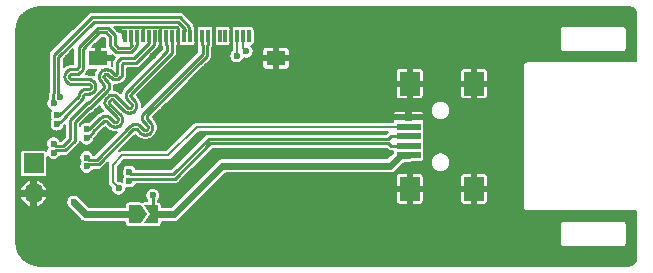
<source format=gtl>
G04 #@! TF.GenerationSoftware,KiCad,Pcbnew,5.1.10-88a1d61d58~88~ubuntu20.04.1*
G04 #@! TF.CreationDate,2021-06-30T14:36:37+02:00*
G04 #@! TF.ProjectId,hadron_board,68616472-6f6e-45f6-926f-6172642e6b69,rev?*
G04 #@! TF.SameCoordinates,Original*
G04 #@! TF.FileFunction,Copper,L1,Top*
G04 #@! TF.FilePolarity,Positive*
%FSLAX46Y46*%
G04 Gerber Fmt 4.6, Leading zero omitted, Abs format (unit mm)*
G04 Created by KiCad (PCBNEW 5.1.10-88a1d61d58~88~ubuntu20.04.1) date 2021-06-30 14:36:37*
%MOMM*%
%LPD*%
G01*
G04 APERTURE LIST*
G04 #@! TA.AperFunction,SMDPad,CuDef*
%ADD10R,1.700000X2.000000*%
G04 #@! TD*
G04 #@! TA.AperFunction,SMDPad,CuDef*
%ADD11R,2.000000X0.500000*%
G04 #@! TD*
G04 #@! TA.AperFunction,SMDPad,CuDef*
%ADD12R,0.300000X1.000000*%
G04 #@! TD*
G04 #@! TA.AperFunction,SMDPad,CuDef*
%ADD13R,1.650000X1.300000*%
G04 #@! TD*
G04 #@! TA.AperFunction,ComponentPad*
%ADD14O,1.700000X1.700000*%
G04 #@! TD*
G04 #@! TA.AperFunction,ComponentPad*
%ADD15R,1.700000X1.700000*%
G04 #@! TD*
G04 #@! TA.AperFunction,SMDPad,CuDef*
%ADD16C,0.100000*%
G04 #@! TD*
G04 #@! TA.AperFunction,ComponentPad*
%ADD17C,3.000000*%
G04 #@! TD*
G04 #@! TA.AperFunction,ViaPad*
%ADD18C,0.600000*%
G04 #@! TD*
G04 #@! TA.AperFunction,Conductor*
%ADD19C,0.609600*%
G04 #@! TD*
G04 #@! TA.AperFunction,Conductor*
%ADD20C,0.304800*%
G04 #@! TD*
G04 #@! TA.AperFunction,Conductor*
%ADD21C,0.254000*%
G04 #@! TD*
G04 #@! TA.AperFunction,Conductor*
%ADD22C,0.228600*%
G04 #@! TD*
G04 #@! TA.AperFunction,Conductor*
%ADD23C,0.203200*%
G04 #@! TD*
G04 #@! TA.AperFunction,Conductor*
%ADD24C,0.200000*%
G04 #@! TD*
G04 #@! TA.AperFunction,Conductor*
%ADD25C,0.152400*%
G04 #@! TD*
G04 #@! TA.AperFunction,Conductor*
%ADD26C,0.100000*%
G04 #@! TD*
G04 APERTURE END LIST*
D10*
X139300000Y-84050000D03*
X133850000Y-84050000D03*
X139300000Y-92950000D03*
X133850000Y-92950000D03*
D11*
X133750000Y-86900000D03*
X133750000Y-87700000D03*
X133750000Y-88500000D03*
X133750000Y-89300000D03*
X133750000Y-90100000D03*
D12*
X109750000Y-80000000D03*
D13*
X107475000Y-81900000D03*
X122525000Y-81900000D03*
D12*
X110250000Y-80000000D03*
X110750000Y-80000000D03*
X111250000Y-80000000D03*
X111750000Y-80000000D03*
X112250000Y-80000000D03*
X112750000Y-80000000D03*
X113250000Y-80000000D03*
X113750000Y-80000000D03*
X114250000Y-80000000D03*
X114750000Y-80000000D03*
X115250000Y-80000000D03*
X115750000Y-80000000D03*
X116250000Y-80000000D03*
X116750000Y-80000000D03*
X117250000Y-80000000D03*
X117750000Y-80000000D03*
X118250000Y-80000000D03*
X118750000Y-80000000D03*
X119250000Y-80000000D03*
X119750000Y-80000000D03*
X120250000Y-80000000D03*
D14*
X102000000Y-93340000D03*
D15*
X102000000Y-90800000D03*
G04 #@! TA.AperFunction,SMDPad,CuDef*
D16*
G36*
X111575000Y-95100000D02*
G01*
X111075000Y-95850000D01*
X110075000Y-95850000D01*
X110075000Y-94350000D01*
X111075000Y-94350000D01*
X111575000Y-95100000D01*
G37*
G04 #@! TD.AperFunction*
G04 #@! TA.AperFunction,SMDPad,CuDef*
G36*
X112525000Y-95850000D02*
G01*
X111375000Y-95850000D01*
X111875000Y-95100000D01*
X111375000Y-94350000D01*
X112525000Y-94350000D01*
X112525000Y-95850000D01*
G37*
G04 #@! TD.AperFunction*
D17*
X102500000Y-79500000D03*
X141500000Y-79500000D03*
X102500000Y-97500000D03*
X141500000Y-97500000D03*
D18*
X112100000Y-93500000D03*
X110100000Y-92276200D03*
X110100000Y-91523800D03*
X109200000Y-92900000D03*
X114700000Y-82000000D03*
X106600000Y-92000000D03*
X106700000Y-89500000D03*
X104200000Y-90800000D03*
X104200000Y-88200000D03*
X106700000Y-87000000D03*
X106900000Y-83100000D03*
X102900000Y-84100000D03*
X104900000Y-81900000D03*
X107700000Y-80600000D03*
X112100000Y-81700000D03*
X111300000Y-85200000D03*
X110600000Y-88800000D03*
X112700000Y-86700000D03*
X117400000Y-81400000D03*
X115400000Y-78400000D03*
X105400000Y-78500000D03*
X109200000Y-79400000D03*
X117300000Y-78900000D03*
X111300000Y-91000000D03*
X139000000Y-84000000D03*
X139000000Y-93000000D03*
X101600000Y-88900000D03*
X110800000Y-92900000D03*
X107500000Y-94100000D03*
X108200000Y-96200000D03*
X126000000Y-89900000D03*
X133600000Y-86000000D03*
X131800000Y-86900000D03*
X120000000Y-81300000D03*
X119200000Y-81700000D03*
X104248465Y-85175738D03*
X103716437Y-85707766D03*
X103983937Y-86723800D03*
X103983937Y-87476200D03*
X106500000Y-87900000D03*
X106500000Y-88652403D03*
X103700000Y-89123800D03*
X103700000Y-89876200D03*
X106500000Y-90300000D03*
X106500000Y-91052403D03*
X105400000Y-94100000D03*
D19*
X118000000Y-91000000D02*
X113900000Y-95100000D01*
D20*
X112025000Y-95100000D02*
X112500000Y-95100000D01*
D19*
X113900000Y-95100000D02*
X112500000Y-95100000D01*
D21*
X112100000Y-95025000D02*
X112025000Y-95100000D01*
X112100000Y-93500000D02*
X112100000Y-95025000D01*
D19*
X132200000Y-91000000D02*
X118000000Y-91000000D01*
X133100000Y-90100000D02*
X132200000Y-91000000D01*
X133750000Y-90100000D02*
X133100000Y-90100000D01*
D22*
X110285700Y-92090500D02*
X110100000Y-92276200D01*
X113978908Y-92090500D02*
X110285700Y-92090500D01*
X116978908Y-89090500D02*
X113978908Y-92090500D01*
X132249999Y-89300000D02*
X133750000Y-89300000D01*
X116978908Y-89090500D02*
X132040499Y-89090500D01*
X132040499Y-89090500D02*
X132249999Y-89300000D01*
X110285700Y-91709500D02*
X110100000Y-91523800D01*
X113821092Y-91709500D02*
X110285700Y-91709500D01*
X116821092Y-88709500D02*
X113821092Y-91709500D01*
X132249999Y-88500000D02*
X133750000Y-88500000D01*
X132040499Y-88709500D02*
X132249999Y-88500000D01*
X116821092Y-88709500D02*
X132040499Y-88709500D01*
D23*
X115800000Y-87700000D02*
X113400000Y-90100000D01*
X113400000Y-90100000D02*
X109500000Y-90100000D01*
X109500000Y-90100000D02*
X108700000Y-90900000D01*
X108700000Y-92400000D02*
X109200000Y-92900000D01*
X108700000Y-90900000D02*
X108700000Y-92400000D01*
X132700000Y-87700000D02*
X133750000Y-87700000D01*
X115800000Y-87700000D02*
X132700000Y-87700000D01*
D22*
X109750000Y-79950000D02*
X109200000Y-79400000D01*
X109750000Y-80000000D02*
X109750000Y-79950000D01*
X109366701Y-79233299D02*
X109200000Y-79400000D01*
X111113361Y-79233299D02*
X109366701Y-79233299D01*
X111250000Y-79369938D02*
X111113361Y-79233299D01*
X111250000Y-80000000D02*
X111250000Y-79369938D01*
X112711899Y-79233299D02*
X111113361Y-79233299D01*
X112750000Y-79271400D02*
X112711899Y-79233299D01*
X112750000Y-80000000D02*
X112750000Y-79271400D01*
X114113361Y-79233299D02*
X112711899Y-79233299D01*
X114250000Y-79369938D02*
X114113361Y-79233299D01*
X114250000Y-80000000D02*
X114250000Y-79369938D01*
X114250000Y-81550000D02*
X114700000Y-82000000D01*
X114250000Y-80000000D02*
X114250000Y-81550000D01*
X115750000Y-80950000D02*
X114700000Y-82000000D01*
X115750000Y-80000000D02*
X115750000Y-80950000D01*
X112750000Y-81050000D02*
X112750000Y-80000000D01*
X112100000Y-81700000D02*
X112750000Y-81050000D01*
X115750000Y-78750000D02*
X115400000Y-78400000D01*
X115750000Y-80000000D02*
X115750000Y-78750000D01*
X117250000Y-78950000D02*
X117300000Y-78900000D01*
X117250000Y-80000000D02*
X117250000Y-78950000D01*
X117250000Y-81250000D02*
X117400000Y-81400000D01*
X117250000Y-80000000D02*
X117250000Y-81250000D01*
X118750000Y-80000000D02*
X118750000Y-81050000D01*
X118400000Y-81400000D02*
X117400000Y-81400000D01*
X118750000Y-81050000D02*
X118400000Y-81400000D01*
X118750000Y-80000000D02*
X118750000Y-79250000D01*
X118400000Y-78900000D02*
X117300000Y-78900000D01*
X118750000Y-79250000D02*
X118400000Y-78900000D01*
D23*
X119750000Y-81050000D02*
X120000000Y-81300000D01*
X119750000Y-80000000D02*
X119750000Y-81050000D01*
X119250000Y-81650000D02*
X119200000Y-81700000D01*
X119250000Y-80000000D02*
X119250000Y-81650000D01*
D22*
X104248465Y-85175738D02*
X104097437Y-85024710D01*
X104097437Y-85024710D02*
X104097437Y-81771971D01*
X107078908Y-78790500D02*
X114221092Y-78790500D01*
X104097437Y-81771971D02*
X107078908Y-78790500D01*
X114221092Y-78790500D02*
X114809500Y-79378908D01*
X114809500Y-79378908D02*
X114809500Y-79590500D01*
X114809500Y-79590500D02*
X114750000Y-79650000D01*
X114750000Y-79650000D02*
X114750000Y-80000000D01*
X115250000Y-79650000D02*
X115250000Y-80000000D01*
X103681764Y-84903721D02*
X103716437Y-84869048D01*
X103716437Y-81614155D02*
X106921092Y-78409500D01*
X103716437Y-85707766D02*
X103716437Y-85482428D01*
X103681764Y-85447755D02*
X103681764Y-84903721D01*
X103716437Y-85482428D02*
X103681764Y-85447755D01*
X106921092Y-78409500D02*
X114378908Y-78409500D01*
X103716437Y-84869048D02*
X103716437Y-81614155D01*
X114378908Y-78409500D02*
X115190500Y-79221092D01*
X115190500Y-79221092D02*
X115190500Y-79590500D01*
X115190500Y-79590500D02*
X115250000Y-79650000D01*
D24*
X110250000Y-80000000D02*
X110250000Y-80350000D01*
X110250000Y-80350000D02*
X110275000Y-80375000D01*
D22*
X110250000Y-80750001D02*
X110250000Y-80000000D01*
X110309500Y-80809501D02*
X110250000Y-80750001D01*
X110309500Y-80821092D02*
X110309500Y-80809501D01*
X110121092Y-81009500D02*
X110309500Y-80821092D01*
X105809500Y-80921092D02*
X107421092Y-79309500D01*
X105759627Y-82739750D02*
X105786862Y-82696406D01*
X105631769Y-82820089D02*
X105680086Y-82803182D01*
X105580900Y-82825821D02*
X105631769Y-82820089D01*
X104944164Y-82882702D02*
X105065565Y-82840221D01*
X104619000Y-83400196D02*
X104633401Y-83272385D01*
X104619000Y-83470645D02*
X104619000Y-83400196D01*
X104675882Y-83719857D02*
X104633401Y-83598456D01*
X104744311Y-83828762D02*
X104675882Y-83719857D01*
X104944164Y-83988139D02*
X104835259Y-83919710D01*
X105065565Y-84030620D02*
X104944164Y-83988139D01*
X104633401Y-83598456D02*
X104619000Y-83470645D01*
X106621400Y-84045021D02*
X105193376Y-84045021D01*
X106800126Y-84131091D02*
X106763929Y-84094894D01*
X106850000Y-84273621D02*
X106844268Y-84222752D01*
X105786862Y-82696406D02*
X105803769Y-82648089D01*
X106844268Y-84324489D02*
X106850000Y-84273621D01*
X106827361Y-84372806D02*
X106844268Y-84324489D01*
X106672268Y-84496489D02*
X106720585Y-84479582D01*
X106621400Y-84502221D02*
X106672268Y-84496489D01*
X106383875Y-84502221D02*
X106621400Y-84502221D01*
X105809500Y-82597221D02*
X105809500Y-80921092D01*
X104675882Y-83150984D02*
X104744311Y-83042079D01*
X106256064Y-84516621D02*
X106383875Y-84502221D01*
X106134663Y-84559102D02*
X106256064Y-84516621D01*
X105934810Y-84718479D02*
X106025758Y-84627531D01*
X105065565Y-82840221D02*
X105193376Y-82825821D01*
X106800126Y-84416150D02*
X106827361Y-84372806D01*
X106827361Y-84174435D02*
X106800126Y-84131091D01*
X106763929Y-84094894D02*
X106720585Y-84067659D01*
X105680086Y-82803182D02*
X105723430Y-82775947D01*
X105193376Y-84045021D02*
X105065565Y-84030620D01*
X106672268Y-84050752D02*
X106621400Y-84045021D01*
X105823900Y-84948785D02*
X105866381Y-84827384D01*
X106720585Y-84479582D02*
X106763929Y-84452347D01*
X105193376Y-82825821D02*
X105580900Y-82825821D01*
X104197521Y-86723800D02*
X105809500Y-85111821D01*
X105803769Y-82648089D02*
X105809500Y-82597221D01*
X106844268Y-84222752D02*
X106827361Y-84174435D01*
X106720585Y-84067659D02*
X106672268Y-84050752D01*
X104835259Y-82951131D02*
X104944164Y-82882702D01*
X105723430Y-82775947D02*
X105759627Y-82739750D01*
X106025758Y-84627531D02*
X106134663Y-84559102D01*
X107421092Y-79309500D02*
X108278908Y-79309500D01*
X104744311Y-83042079D02*
X104835259Y-82951131D01*
X105866381Y-84827384D02*
X105934810Y-84718479D01*
X104633401Y-83272385D02*
X104675882Y-83150984D01*
X106763929Y-84452347D02*
X106800126Y-84416150D01*
X105809500Y-85076596D02*
X105823900Y-84948785D01*
X103983937Y-86723800D02*
X104197521Y-86723800D01*
X104835259Y-83919710D02*
X104744311Y-83828762D01*
X105809500Y-85111821D02*
X105809500Y-85076596D01*
X108278908Y-79309500D02*
X108890500Y-79921092D01*
X108890500Y-79921092D02*
X108890500Y-80721092D01*
X109178908Y-81009500D02*
X110121092Y-81009500D01*
X108890500Y-80721092D02*
X109178908Y-81009500D01*
D24*
X110750000Y-80000000D02*
X110750000Y-80350000D01*
X110750000Y-80350000D02*
X110725000Y-80375000D01*
D22*
X110750000Y-80750001D02*
X110750000Y-80000000D01*
X110690500Y-80809501D02*
X110750000Y-80750001D01*
X110278908Y-81390500D02*
X110690500Y-80978908D01*
X110690500Y-80978908D02*
X110690500Y-80809501D01*
X107105689Y-83880279D02*
X107014741Y-83789331D01*
X106905836Y-83720902D02*
X106784435Y-83678421D01*
X107174118Y-83989184D02*
X107105689Y-83880279D01*
X106784435Y-83678421D02*
X106656624Y-83664021D01*
X107231000Y-84308845D02*
X107231000Y-84238396D01*
X107216599Y-84436656D02*
X107231000Y-84308845D01*
X106905836Y-84826339D02*
X107014741Y-84757910D01*
X107105689Y-84666962D02*
X107174118Y-84558057D01*
X103983937Y-87476200D02*
X104169636Y-87290501D01*
X106784435Y-84868820D02*
X106905836Y-84826339D01*
X106656624Y-84883221D02*
X106784435Y-84868820D01*
X106419100Y-84883221D02*
X106656624Y-84883221D01*
X105177732Y-83212552D02*
X105228600Y-83206821D01*
X106190500Y-81078908D02*
X107578908Y-79690500D01*
X105228600Y-83664021D02*
X105177732Y-83658289D01*
X107014741Y-84757910D02*
X107105689Y-84666962D01*
X104255954Y-87290501D02*
X104550638Y-86995817D01*
X105005732Y-83486289D02*
X105000000Y-83435421D01*
X104550638Y-86909499D02*
X106190500Y-85269637D01*
X106196231Y-85060952D02*
X106213138Y-85012635D01*
X107014741Y-83789331D02*
X106905836Y-83720902D01*
X105129415Y-83229459D02*
X105177732Y-83212552D01*
X105616125Y-83206821D02*
X105743936Y-83192420D01*
X106190500Y-85111821D02*
X106196231Y-85060952D01*
X104169636Y-87290501D02*
X104255954Y-87290501D01*
X106213138Y-85012635D02*
X106240373Y-84969291D01*
X105005732Y-83384552D02*
X105022639Y-83336235D01*
X107216599Y-84110585D02*
X107174118Y-83989184D01*
X107231000Y-84238396D02*
X107216599Y-84110585D01*
X104550638Y-86995817D02*
X104550638Y-86909499D01*
X106276570Y-84933094D02*
X106319914Y-84905859D01*
X106319914Y-84905859D02*
X106368231Y-84888952D01*
X106656624Y-83664021D02*
X105228600Y-83664021D01*
X105086071Y-83256694D02*
X105129415Y-83229459D01*
X105743936Y-83192420D02*
X105865337Y-83149939D01*
X106065190Y-82990562D02*
X106133619Y-82881657D01*
X106368231Y-84888952D02*
X106419100Y-84883221D01*
X105177732Y-83658289D02*
X105129415Y-83641382D01*
X105129415Y-83641382D02*
X105086071Y-83614147D01*
X105022639Y-83534606D02*
X105005732Y-83486289D01*
X106190500Y-85269637D02*
X106190500Y-85111821D01*
X105049874Y-83577950D02*
X105022639Y-83534606D01*
X105000000Y-83435421D02*
X105005732Y-83384552D01*
X105022639Y-83336235D02*
X105049874Y-83292891D01*
X106240373Y-84969291D02*
X106276570Y-84933094D01*
X106190500Y-82632445D02*
X106190500Y-81078908D01*
X105049874Y-83292891D02*
X105086071Y-83256694D01*
X105228600Y-83206821D02*
X105616125Y-83206821D01*
X105865337Y-83149939D02*
X105974242Y-83081510D01*
X105086071Y-83614147D02*
X105049874Y-83577950D01*
X105974242Y-83081510D02*
X106065190Y-82990562D01*
X106133619Y-82881657D02*
X106176100Y-82760256D01*
X106176100Y-82760256D02*
X106190500Y-82632445D01*
X107174118Y-84558057D02*
X107216599Y-84436656D01*
X107578908Y-79690500D02*
X108121092Y-79690500D01*
X108121092Y-79690500D02*
X108509500Y-80078908D01*
X108509500Y-80078908D02*
X108509500Y-80878908D01*
X109021092Y-81390500D02*
X110278908Y-81390500D01*
X108509500Y-80878908D02*
X109021092Y-81390500D01*
X106713587Y-87900000D02*
X106500000Y-87900000D01*
X107636009Y-86977581D02*
X106713587Y-87900000D01*
X107877357Y-86816675D02*
X107761474Y-86872481D01*
X108002752Y-86788054D02*
X107877357Y-86816675D01*
X108131370Y-86788055D02*
X108002752Y-86788054D01*
X108256765Y-86816676D02*
X108131370Y-86788055D01*
X108473205Y-86952674D02*
X108372648Y-86872480D01*
X108787249Y-87258611D02*
X108747226Y-87226695D01*
X107761474Y-86872481D02*
X107660917Y-86952673D01*
X108833370Y-87280822D02*
X108787249Y-87258611D01*
X108934467Y-87292213D02*
X108883277Y-87292213D01*
X110255910Y-86041300D02*
X110215887Y-86073218D01*
X108747226Y-87226695D02*
X108473205Y-86952674D01*
X108024470Y-85789335D02*
X108071661Y-85887329D01*
X108883277Y-87292213D02*
X108833370Y-87280822D01*
X108293616Y-85131324D02*
X108139475Y-85285464D01*
X109070516Y-87226694D02*
X109030493Y-87258612D01*
X108000267Y-85683297D02*
X108024470Y-85789335D01*
X108497709Y-84995256D02*
X108399715Y-85042447D01*
X109845889Y-84848141D02*
X109817269Y-84973535D01*
X110119861Y-86106819D02*
X110068671Y-86106819D01*
X108984374Y-87280822D02*
X108934467Y-87292213D01*
X109136034Y-87090644D02*
X109124643Y-87140551D01*
X108818550Y-84995256D02*
X108712512Y-84971053D01*
X110321427Y-85905252D02*
X110310036Y-85955159D01*
X109124643Y-86989547D02*
X109136034Y-87039454D01*
X109001580Y-85110261D02*
X108916544Y-85042447D01*
X110310036Y-85955159D02*
X110287826Y-86001279D01*
X110310036Y-85804155D02*
X110321427Y-85854062D01*
X109972643Y-86073217D02*
X109932620Y-86041301D01*
X110321427Y-85854062D02*
X110321427Y-85905252D01*
X109981888Y-84631700D02*
X109901695Y-84732259D01*
X109817269Y-85102155D02*
X109845889Y-85227549D01*
X110006795Y-85468898D02*
X110255909Y-85718012D01*
X113250000Y-80000000D02*
X113250000Y-80750001D01*
X113250000Y-80750001D02*
X113309500Y-80809501D01*
X113309500Y-80809501D02*
X113309500Y-81304087D01*
X113309500Y-81304087D02*
X109981888Y-84631700D01*
X109901695Y-84732259D02*
X109845889Y-84848141D01*
X108372648Y-86872480D02*
X108256765Y-86816676D01*
X108712512Y-84971053D02*
X108603747Y-84971053D01*
X110255909Y-85718012D02*
X110287827Y-85758033D01*
X109817269Y-84973535D02*
X109817269Y-85102155D01*
X109845889Y-85227549D02*
X109901695Y-85343431D01*
X109124643Y-87140551D02*
X109102432Y-87186672D01*
X109981888Y-85443990D02*
X110006795Y-85468898D01*
X110287827Y-85758033D02*
X110310036Y-85804155D01*
X108000267Y-85574532D02*
X108000267Y-85683297D01*
X110287826Y-86001279D02*
X110255910Y-86041300D01*
X110215887Y-86073218D02*
X110169768Y-86095428D01*
X107660917Y-86952673D02*
X107636009Y-86977581D01*
X109030493Y-87258612D02*
X108984374Y-87280822D01*
X109901695Y-85343431D02*
X109981888Y-85443990D01*
X110169768Y-86095428D02*
X110119861Y-86106819D01*
X110018764Y-86095428D02*
X109972643Y-86073217D01*
X109932620Y-86041301D02*
X109001580Y-85110261D01*
X108603747Y-84971053D02*
X108497709Y-84995256D01*
X108399715Y-85042447D02*
X108314678Y-85110261D01*
X108314678Y-85110261D02*
X108293616Y-85131324D01*
X108139475Y-85285464D02*
X108071661Y-85370500D01*
X108071661Y-85370500D02*
X108024470Y-85468494D01*
X108024470Y-85468494D02*
X108000267Y-85574532D01*
X108071661Y-85887329D02*
X108139475Y-85972365D01*
X110068671Y-86106819D02*
X110018764Y-86095428D01*
X108139475Y-85972365D02*
X109070515Y-86903406D01*
X109070515Y-86903406D02*
X109102431Y-86943428D01*
X109102431Y-86943428D02*
X109124643Y-86989547D01*
X108916544Y-85042447D02*
X108818550Y-84995256D01*
X109136034Y-87039454D02*
X109136034Y-87090644D01*
X109102432Y-87186672D02*
X109070516Y-87226694D01*
X106685702Y-88466701D02*
X106500000Y-88652403D01*
X108973182Y-87685628D02*
X108844562Y-87685629D01*
X109098576Y-87657008D02*
X108973182Y-87685628D01*
X109214458Y-87601202D02*
X109098576Y-87657008D01*
X109315017Y-87521009D02*
X109214458Y-87601202D01*
X109529449Y-87129360D02*
X109500829Y-87254754D01*
X109364830Y-86658905D02*
X109445023Y-86759464D01*
X108702552Y-85368885D02*
X108673188Y-85362183D01*
X108429945Y-85724021D02*
X109364830Y-86658905D01*
X108411166Y-85557357D02*
X108398099Y-85584492D01*
X108563023Y-85400732D02*
X108429945Y-85533809D01*
X113690500Y-80809501D02*
X113690500Y-81461903D01*
X109500829Y-87254754D02*
X109445023Y-87370636D01*
X110550225Y-86285801D02*
X110500409Y-86335618D01*
X108643070Y-85362183D02*
X108613707Y-85368885D01*
X108719168Y-87657008D02*
X108603286Y-87601202D01*
X110244287Y-85159467D02*
X110276202Y-85199491D01*
X110686222Y-85689953D02*
X110714843Y-85815348D01*
X108391397Y-85613856D02*
X108391397Y-85643974D01*
X110276202Y-84876201D02*
X110244286Y-84916223D01*
X109445023Y-86759464D02*
X109500829Y-86875346D01*
X110399850Y-86415811D02*
X110283968Y-86471617D01*
X109445023Y-87370636D02*
X109364830Y-87471195D01*
X109904560Y-86471617D02*
X109788678Y-86415811D01*
X109788678Y-86415811D02*
X109688121Y-86335617D01*
X108586571Y-85381953D02*
X108563023Y-85400732D01*
X113750000Y-80750001D02*
X113690500Y-80809501D01*
X110210684Y-85012251D02*
X110210684Y-85063441D01*
X109529449Y-87000740D02*
X109529449Y-87129360D01*
X110276202Y-85199491D02*
X110550224Y-85473513D01*
X108429945Y-85533809D02*
X108411166Y-85557357D01*
X110222075Y-85113348D02*
X110244287Y-85159467D01*
X113690500Y-81461903D02*
X110276202Y-84876201D01*
X108729688Y-85381953D02*
X108702552Y-85368885D01*
X110500409Y-86335618D02*
X110399850Y-86415811D01*
X108398099Y-85584492D02*
X108391397Y-85613856D01*
X110686223Y-86069361D02*
X110630417Y-86185244D01*
X108753235Y-85400732D02*
X108729688Y-85381953D01*
X113750000Y-80000000D02*
X113750000Y-80750001D01*
X108613707Y-85368885D02*
X108586571Y-85381953D01*
X110630417Y-86185244D02*
X110550225Y-86285801D01*
X108673188Y-85362183D02*
X108643070Y-85362183D01*
X110029956Y-86500236D02*
X109904560Y-86471617D01*
X110222075Y-84962344D02*
X110210684Y-85012251D01*
X110158574Y-86500237D02*
X110029956Y-86500236D01*
X106772017Y-88466701D02*
X106685702Y-88466701D01*
X110714844Y-85943966D02*
X110686223Y-86069361D01*
X109364830Y-87471195D02*
X109315017Y-87521009D01*
X110210684Y-85063441D02*
X110222075Y-85113348D01*
X110244286Y-84916223D02*
X110222075Y-84962344D01*
X108844562Y-87685629D02*
X108719168Y-87657008D01*
X110714843Y-85815348D02*
X110714844Y-85943966D01*
X108502727Y-87521010D02*
X108228706Y-87246989D01*
X108228706Y-87246989D02*
X108188685Y-87215071D01*
X108188685Y-87215071D02*
X108142563Y-87192862D01*
X108142563Y-87192862D02*
X108092656Y-87181471D01*
X108092656Y-87181471D02*
X108041466Y-87181471D01*
X108603286Y-87601202D02*
X108502727Y-87521010D01*
X107991559Y-87192862D02*
X107945439Y-87215072D01*
X107905418Y-87246988D02*
X107066701Y-88085702D01*
X107066701Y-88172017D02*
X106772017Y-88466701D01*
X107945439Y-87215072D02*
X107905418Y-87246988D01*
X108398099Y-85673337D02*
X108411166Y-85700473D01*
X110550224Y-85473513D02*
X110630418Y-85574070D01*
X107066701Y-88085702D02*
X107066701Y-88172017D01*
X108041466Y-87181471D02*
X107991559Y-87192862D01*
X108391397Y-85643974D02*
X108398099Y-85673337D01*
X109688121Y-86335617D02*
X108753235Y-85400732D01*
X108411166Y-85700473D02*
X108429945Y-85724021D01*
X110283968Y-86471617D02*
X110158574Y-86500237D01*
X110630418Y-85574070D02*
X110686222Y-85689953D01*
X109500829Y-86875346D02*
X109529449Y-87000740D01*
X103885700Y-89309500D02*
X103700000Y-89123800D01*
X104521092Y-89309500D02*
X103885700Y-89309500D01*
X105109500Y-87121092D02*
X105109500Y-88721092D01*
X106521092Y-85709500D02*
X105109500Y-87121092D01*
X107956018Y-84366464D02*
X107924101Y-84406486D01*
X107989619Y-84270437D02*
X107978228Y-84320344D01*
X107989619Y-84219247D02*
X107989619Y-84270437D01*
X107978228Y-84320344D02*
X107956018Y-84366464D01*
X107978228Y-84169340D02*
X107989619Y-84219247D01*
X107956018Y-84123219D02*
X107978228Y-84169340D01*
X107924101Y-84083197D02*
X107956018Y-84123219D01*
X107549437Y-83628091D02*
X107605243Y-83743973D01*
X107520816Y-83502696D02*
X107549437Y-83628091D01*
X105109500Y-88721092D02*
X104521092Y-89309500D01*
X107520816Y-83374076D02*
X107520816Y-83502696D01*
X107605243Y-83132799D02*
X107549437Y-83248681D01*
X107735252Y-82982425D02*
X107685436Y-83032240D01*
X107951693Y-82846426D02*
X107835811Y-82902232D01*
X108446985Y-82902232D02*
X108331103Y-82846426D01*
X108547544Y-82982425D02*
X108446985Y-82902232D01*
X108786210Y-83221091D02*
X108547544Y-82982425D01*
X111809500Y-80621092D02*
X110521092Y-81909500D01*
X109109499Y-83221091D02*
X109069477Y-83253007D01*
X106621092Y-85709500D02*
X106521092Y-85709500D01*
X107685436Y-83844532D02*
X107924101Y-84083197D01*
X107685436Y-83032240D02*
X107605243Y-83132799D01*
X108205708Y-82817806D02*
X108077088Y-82817806D01*
X109421092Y-81909500D02*
X109109500Y-82221092D01*
X109023356Y-83275218D02*
X108973449Y-83286609D01*
X108077088Y-82817806D02*
X107951693Y-82846426D01*
X108826232Y-83253007D02*
X108786210Y-83221091D01*
X111750000Y-80350000D02*
X111809500Y-80409500D01*
X109069477Y-83253007D02*
X109023356Y-83275218D01*
X107549437Y-83248681D02*
X107520816Y-83374076D01*
X107605243Y-83743973D02*
X107685436Y-83844532D01*
X110521092Y-81909500D02*
X109421092Y-81909500D01*
X107835811Y-82902232D02*
X107735252Y-82982425D01*
X108872353Y-83275218D02*
X108826232Y-83253007D01*
X108331103Y-82846426D02*
X108205708Y-82817806D01*
X111750000Y-80000000D02*
X111750000Y-80350000D01*
X111809500Y-80409500D02*
X111809500Y-80621092D01*
X108922259Y-83286609D02*
X108872353Y-83275218D01*
X109109500Y-82221092D02*
X109109499Y-83221091D01*
X108973449Y-83286609D02*
X108922259Y-83286609D01*
X107973962Y-84346437D02*
X107933875Y-84396704D01*
X107978228Y-84337578D02*
X107973962Y-84346437D01*
X107978228Y-84320344D02*
X107978228Y-84337578D01*
X106621092Y-85709487D02*
X106621092Y-85709500D01*
X107933875Y-84396704D02*
X106621092Y-85709487D01*
X107947837Y-83316764D02*
X107925626Y-83362884D01*
X107979754Y-83276742D02*
X107947837Y-83316764D01*
X108303043Y-83276742D02*
X108263021Y-83244825D01*
X108166993Y-83211224D02*
X108115803Y-83211224D01*
X108541708Y-83515408D02*
X108516801Y-83490500D01*
X108758150Y-83651407D02*
X108642267Y-83595601D01*
X112250000Y-80350000D02*
X112190500Y-80409500D01*
X107914235Y-83463981D02*
X107925626Y-83513888D01*
X109012164Y-83680027D02*
X108883544Y-83680027D01*
X108883544Y-83680027D02*
X108758150Y-83651407D01*
X112190500Y-80778908D02*
X110678908Y-82290500D01*
X108115803Y-83211224D02*
X108065896Y-83222615D01*
X109137559Y-83651407D02*
X109012164Y-83680027D01*
X108263021Y-83244825D02*
X108216900Y-83222615D01*
X109490500Y-83378908D02*
X109354000Y-83515408D01*
X108516801Y-83490500D02*
X108303043Y-83276742D01*
X108019776Y-83244825D02*
X107979754Y-83276742D01*
X108354418Y-84434547D02*
X108298612Y-84550429D01*
X108642267Y-83595601D02*
X108541708Y-83515408D01*
X112190500Y-80409500D02*
X112190500Y-80778908D01*
X110678908Y-82290500D02*
X109578908Y-82290500D01*
X107925626Y-83362884D02*
X107914235Y-83412791D01*
X109490500Y-82378908D02*
X109490500Y-83378908D01*
X109354000Y-83515408D02*
X109253441Y-83595601D01*
X109253441Y-83595601D02*
X109137559Y-83651407D01*
X112250000Y-80000000D02*
X112250000Y-80350000D01*
X108218419Y-84650988D02*
X106778908Y-86090500D01*
X107925626Y-83513888D02*
X107947837Y-83560009D01*
X107979754Y-83600031D02*
X108218419Y-83838696D01*
X108218419Y-83838696D02*
X108298612Y-83939255D01*
X109578908Y-82290500D02*
X109490500Y-82378908D01*
X108354418Y-84055137D02*
X108383038Y-84180532D01*
X108383038Y-84180532D02*
X108383038Y-84309152D01*
X108383038Y-84309152D02*
X108354418Y-84434547D01*
X108298612Y-84550429D02*
X108218419Y-84650988D01*
X106778908Y-86090500D02*
X106678908Y-86090500D01*
X107947837Y-83560009D02*
X107979754Y-83600031D01*
X106678908Y-86090500D02*
X105490500Y-87278908D01*
X107914235Y-83412791D02*
X107914235Y-83463981D01*
X108216900Y-83222615D02*
X108166993Y-83211224D01*
X105490500Y-87278908D02*
X105490500Y-88878908D01*
X105490500Y-88878908D02*
X104678908Y-89690500D01*
X104678908Y-89690500D02*
X103885700Y-89690500D01*
X108298612Y-83939255D02*
X108354418Y-84055137D01*
X103885700Y-89690500D02*
X103700000Y-89876200D01*
X108065896Y-83222615D02*
X108019776Y-83244825D01*
X106685702Y-90485702D02*
X106500000Y-90300000D01*
X110204810Y-87625782D02*
X107344890Y-90485702D01*
X110546648Y-87461163D02*
X110421253Y-87489784D01*
X110800661Y-87489785D02*
X110675266Y-87461164D01*
X111291122Y-87899804D02*
X111017101Y-87625783D01*
X111260197Y-87201934D02*
X111340390Y-87302493D01*
X111574389Y-87931721D02*
X111528270Y-87953931D01*
X111175771Y-86960658D02*
X111204391Y-87086052D01*
X111679929Y-87712565D02*
X111679929Y-87763755D01*
X111427173Y-87965322D02*
X111377266Y-87953931D01*
X110675266Y-87461164D02*
X110546648Y-87461163D01*
X111260197Y-86590762D02*
X111204391Y-86706644D01*
X116309500Y-81521092D02*
X111340390Y-86490203D01*
X116250000Y-80750001D02*
X116309500Y-80809501D01*
X111204391Y-86706644D02*
X111175771Y-86832038D01*
X116309500Y-80809501D02*
X116309500Y-81521092D01*
X111331145Y-87931720D02*
X111291122Y-87899804D01*
X111017101Y-87625783D02*
X110916544Y-87545589D01*
X116250000Y-80000000D02*
X116250000Y-80750001D01*
X110916544Y-87545589D02*
X110800661Y-87489785D01*
X111365297Y-87327401D02*
X111614411Y-87576515D01*
X110305370Y-87545590D02*
X110204810Y-87625782D01*
X111679929Y-87763755D02*
X111668538Y-87813662D01*
X107344890Y-90485702D02*
X106685702Y-90485702D01*
X111175771Y-86832038D02*
X111175771Y-86960658D01*
X111340390Y-87302493D02*
X111365297Y-87327401D01*
X111614411Y-87576515D02*
X111646329Y-87616536D01*
X110421253Y-87489784D02*
X110305370Y-87545590D01*
X111668538Y-87662658D02*
X111679929Y-87712565D01*
X111646329Y-87616536D02*
X111668538Y-87662658D01*
X111668538Y-87813662D02*
X111646328Y-87859782D01*
X111377266Y-87953931D02*
X111331145Y-87931720D01*
X111340390Y-86490203D02*
X111260197Y-86590762D01*
X111204391Y-87086052D02*
X111260197Y-87201934D01*
X111646328Y-87859782D02*
X111614412Y-87899803D01*
X111478363Y-87965322D02*
X111427173Y-87965322D01*
X111614412Y-87899803D02*
X111574389Y-87931721D01*
X111528270Y-87953931D02*
X111478363Y-87965322D01*
X110772602Y-87920099D02*
X110732579Y-87888183D01*
X111517076Y-88358740D02*
X111388458Y-88358739D01*
X116690500Y-80809501D02*
X116690500Y-81678908D01*
X111147180Y-88274314D02*
X111046623Y-88194120D01*
X111758352Y-88274314D02*
X111642470Y-88330120D01*
X111858911Y-88194121D02*
X111758352Y-88274314D01*
X112044725Y-87927864D02*
X111988919Y-88043747D01*
X112073346Y-87802469D02*
X112044725Y-87927864D01*
X111046623Y-88194120D02*
X110772602Y-87920099D01*
X112073345Y-87673851D02*
X112073346Y-87802469D01*
X111908727Y-88144304D02*
X111858911Y-88194121D01*
X116750000Y-80000000D02*
X116750000Y-80750001D01*
X110535455Y-87865972D02*
X110489335Y-87888182D01*
X111634704Y-86734704D02*
X111602788Y-86774726D01*
X111263062Y-88330120D02*
X111147180Y-88274314D01*
X116750000Y-80750001D02*
X116690500Y-80809501D01*
X111908726Y-87332016D02*
X111988920Y-87432573D01*
X112044724Y-87548456D02*
X112073345Y-87673851D01*
X116690500Y-81678908D02*
X111634704Y-86734704D01*
X111580577Y-86820847D02*
X111569186Y-86870754D01*
X111580577Y-86971851D02*
X111602789Y-87017970D01*
X111569186Y-86921944D02*
X111580577Y-86971851D01*
X111988919Y-88043747D02*
X111908727Y-88144304D01*
X111634704Y-87057994D02*
X111908726Y-87332016D01*
X110489335Y-87888182D02*
X110449312Y-87920100D01*
X110732579Y-87888183D02*
X110686459Y-87865972D01*
X110686459Y-87865972D02*
X110636552Y-87854581D01*
X111569186Y-86870754D02*
X111569186Y-86921944D01*
X110585362Y-87854581D02*
X110535455Y-87865972D01*
X107502706Y-90866702D02*
X106685701Y-90866702D01*
X111602789Y-87017970D02*
X111634704Y-87057994D01*
X106685701Y-90866702D02*
X106500000Y-91052403D01*
X111388458Y-88358739D02*
X111263062Y-88330120D01*
X110636552Y-87854581D02*
X110585362Y-87854581D01*
X111642470Y-88330120D02*
X111517076Y-88358740D01*
X111602788Y-86774726D02*
X111580577Y-86820847D01*
X111988920Y-87432573D02*
X112044724Y-87548456D01*
X110449308Y-87920100D02*
X107502706Y-90866702D01*
X110449312Y-87920100D02*
X110449308Y-87920100D01*
D19*
X106400000Y-95100000D02*
X105400000Y-94100000D01*
X110575000Y-95100000D02*
X106400000Y-95100000D01*
D25*
X152524912Y-77569152D02*
X152645066Y-77605428D01*
X152755885Y-77664351D01*
X152853146Y-77743676D01*
X152933152Y-77840386D01*
X152992847Y-77950790D01*
X153029961Y-78070688D01*
X153044800Y-78211862D01*
X153044801Y-82144800D01*
X143817443Y-82144800D01*
X143800000Y-82143082D01*
X143782557Y-82144800D01*
X143730369Y-82149940D01*
X143663413Y-82170251D01*
X143601707Y-82203234D01*
X143547621Y-82247621D01*
X143503234Y-82301707D01*
X143470251Y-82363413D01*
X143449940Y-82430369D01*
X143443082Y-82500000D01*
X143444800Y-82517443D01*
X143444801Y-94482547D01*
X143443082Y-94500000D01*
X143449940Y-94569631D01*
X143470251Y-94636587D01*
X143503234Y-94698293D01*
X143547621Y-94752379D01*
X143601707Y-94796766D01*
X143663413Y-94829749D01*
X143730369Y-94850060D01*
X143782557Y-94855200D01*
X143800000Y-94856918D01*
X143817443Y-94855200D01*
X153044800Y-94855200D01*
X153044801Y-98782616D01*
X153030849Y-98924912D01*
X152994572Y-99045066D01*
X152935649Y-99155885D01*
X152856324Y-99253146D01*
X152759611Y-99333154D01*
X152649213Y-99392846D01*
X152529312Y-99429961D01*
X152388137Y-99444800D01*
X102517374Y-99444800D01*
X102122583Y-99406091D01*
X101759544Y-99296483D01*
X101424706Y-99118447D01*
X101130830Y-98878767D01*
X100889098Y-98586562D01*
X100708731Y-98252981D01*
X100596590Y-97890712D01*
X100555200Y-97496910D01*
X100555200Y-93698128D01*
X100875448Y-93698128D01*
X100951581Y-93881949D01*
X101077455Y-94076072D01*
X101238782Y-94241908D01*
X101429362Y-94373084D01*
X101641871Y-94464560D01*
X101822200Y-94424189D01*
X101822200Y-93517800D01*
X102177800Y-93517800D01*
X102177800Y-94424189D01*
X102358129Y-94464560D01*
X102570638Y-94373084D01*
X102761218Y-94241908D01*
X102922545Y-94076072D01*
X103048419Y-93881949D01*
X103124552Y-93698128D01*
X103083154Y-93517800D01*
X102177800Y-93517800D01*
X101822200Y-93517800D01*
X100916846Y-93517800D01*
X100875448Y-93698128D01*
X100555200Y-93698128D01*
X100555200Y-92981872D01*
X100875448Y-92981872D01*
X100916846Y-93162200D01*
X101822200Y-93162200D01*
X101822200Y-92255811D01*
X102177800Y-92255811D01*
X102177800Y-93162200D01*
X103083154Y-93162200D01*
X103124552Y-92981872D01*
X103048419Y-92798051D01*
X102922545Y-92603928D01*
X102761218Y-92438092D01*
X102570638Y-92306916D01*
X102358129Y-92215440D01*
X102177800Y-92255811D01*
X101822200Y-92255811D01*
X101641871Y-92215440D01*
X101429362Y-92306916D01*
X101238782Y-92438092D01*
X101077455Y-92603928D01*
X100951581Y-92798051D01*
X100875448Y-92981872D01*
X100555200Y-92981872D01*
X100555200Y-89950000D01*
X100818203Y-89950000D01*
X100818203Y-91650000D01*
X100824578Y-91714730D01*
X100843460Y-91776973D01*
X100874121Y-91834337D01*
X100915384Y-91884616D01*
X100965663Y-91925879D01*
X101023027Y-91956540D01*
X101085270Y-91975422D01*
X101150000Y-91981797D01*
X102850000Y-91981797D01*
X102914730Y-91975422D01*
X102976973Y-91956540D01*
X103034337Y-91925879D01*
X103084616Y-91884616D01*
X103125879Y-91834337D01*
X103156540Y-91776973D01*
X103175422Y-91714730D01*
X103181797Y-91650000D01*
X103181797Y-90234984D01*
X103210492Y-90277929D01*
X103298271Y-90365708D01*
X103401488Y-90434676D01*
X103516178Y-90482182D01*
X103637931Y-90506400D01*
X103762069Y-90506400D01*
X103883822Y-90482182D01*
X103998512Y-90434676D01*
X104101729Y-90365708D01*
X104189508Y-90277929D01*
X104258476Y-90174712D01*
X104274925Y-90135000D01*
X104657088Y-90135000D01*
X104678908Y-90137149D01*
X104700728Y-90135000D01*
X104700738Y-90135000D01*
X104766045Y-90128568D01*
X104849834Y-90103151D01*
X104927053Y-90061876D01*
X104994737Y-90006329D01*
X105008654Y-89989371D01*
X105789376Y-89208650D01*
X105806329Y-89194737D01*
X105828484Y-89167742D01*
X105861875Y-89127054D01*
X105861876Y-89127053D01*
X105903151Y-89049834D01*
X105928568Y-88966045D01*
X105932261Y-88928551D01*
X105941524Y-88950915D01*
X106010492Y-89054132D01*
X106098271Y-89141911D01*
X106201488Y-89210879D01*
X106316178Y-89258385D01*
X106437931Y-89282603D01*
X106562069Y-89282603D01*
X106683822Y-89258385D01*
X106798512Y-89210879D01*
X106901729Y-89141911D01*
X106989508Y-89054132D01*
X107058476Y-88950915D01*
X107105982Y-88836225D01*
X107124573Y-88742762D01*
X107365571Y-88501764D01*
X107382530Y-88487846D01*
X107438077Y-88420162D01*
X107461260Y-88376789D01*
X107479352Y-88342943D01*
X107493402Y-88296626D01*
X107497324Y-88283697D01*
X108067062Y-87713961D01*
X108159687Y-87806586D01*
X108161472Y-87809178D01*
X108190632Y-87837531D01*
X108203855Y-87850754D01*
X108206268Y-87852734D01*
X108208521Y-87854925D01*
X108223217Y-87866645D01*
X108254581Y-87892385D01*
X108257354Y-87893867D01*
X108313966Y-87939013D01*
X108334708Y-87958079D01*
X108366768Y-87977602D01*
X108398285Y-87998027D01*
X108424467Y-88008444D01*
X108512258Y-88050722D01*
X108536735Y-88064702D01*
X108572361Y-88076610D01*
X108607604Y-88089500D01*
X108635446Y-88093830D01*
X108730460Y-88115516D01*
X108757429Y-88123697D01*
X108794794Y-88127377D01*
X108832032Y-88132103D01*
X108860142Y-88130129D01*
X108957595Y-88130127D01*
X108985707Y-88132102D01*
X109022961Y-88127375D01*
X109060322Y-88123695D01*
X109086099Y-88115875D01*
X107160773Y-90041202D01*
X107074926Y-90041202D01*
X107058476Y-90001488D01*
X106989508Y-89898271D01*
X106901729Y-89810492D01*
X106798512Y-89741524D01*
X106683822Y-89694018D01*
X106562069Y-89669800D01*
X106437931Y-89669800D01*
X106316178Y-89694018D01*
X106201488Y-89741524D01*
X106098271Y-89810492D01*
X106010492Y-89898271D01*
X105941524Y-90001488D01*
X105894018Y-90116178D01*
X105869800Y-90237931D01*
X105869800Y-90362069D01*
X105894018Y-90483822D01*
X105941524Y-90598512D01*
X105993435Y-90676202D01*
X105941524Y-90753891D01*
X105894018Y-90868581D01*
X105869800Y-90990334D01*
X105869800Y-91114472D01*
X105894018Y-91236225D01*
X105941524Y-91350915D01*
X106010492Y-91454132D01*
X106098271Y-91541911D01*
X106201488Y-91610879D01*
X106316178Y-91658385D01*
X106437931Y-91682603D01*
X106562069Y-91682603D01*
X106683822Y-91658385D01*
X106798512Y-91610879D01*
X106901729Y-91541911D01*
X106989508Y-91454132D01*
X107058476Y-91350915D01*
X107074926Y-91311202D01*
X107480886Y-91311202D01*
X107502706Y-91313351D01*
X107524526Y-91311202D01*
X107524536Y-91311202D01*
X107589843Y-91304770D01*
X107673632Y-91279353D01*
X107750851Y-91238078D01*
X107818535Y-91182531D01*
X107832453Y-91165572D01*
X108339938Y-90658087D01*
X108339234Y-90658945D01*
X108299139Y-90733959D01*
X108284636Y-90781768D01*
X108274448Y-90815353D01*
X108266111Y-90900000D01*
X108268200Y-90921210D01*
X108268201Y-92378780D01*
X108266111Y-92400000D01*
X108274448Y-92484647D01*
X108286491Y-92524345D01*
X108299140Y-92566042D01*
X108339235Y-92641056D01*
X108393195Y-92706806D01*
X108409674Y-92720330D01*
X108569800Y-92880456D01*
X108569800Y-92962069D01*
X108594018Y-93083822D01*
X108641524Y-93198512D01*
X108710492Y-93301729D01*
X108798271Y-93389508D01*
X108901488Y-93458476D01*
X109016178Y-93505982D01*
X109137931Y-93530200D01*
X109262069Y-93530200D01*
X109383822Y-93505982D01*
X109498512Y-93458476D01*
X109601729Y-93389508D01*
X109689508Y-93301729D01*
X109758476Y-93198512D01*
X109805982Y-93083822D01*
X109830200Y-92962069D01*
X109830200Y-92846569D01*
X109916178Y-92882182D01*
X110037931Y-92906400D01*
X110162069Y-92906400D01*
X110283822Y-92882182D01*
X110398512Y-92834676D01*
X110501729Y-92765708D01*
X110589508Y-92677929D01*
X110658476Y-92574712D01*
X110674925Y-92535000D01*
X113957088Y-92535000D01*
X113978908Y-92537149D01*
X114000728Y-92535000D01*
X114000738Y-92535000D01*
X114066045Y-92528568D01*
X114149834Y-92503151D01*
X114227053Y-92461876D01*
X114294737Y-92406329D01*
X114308655Y-92389370D01*
X117163026Y-89535000D01*
X131856382Y-89535000D01*
X131920252Y-89598870D01*
X131934170Y-89615829D01*
X132001854Y-89671376D01*
X132079073Y-89712651D01*
X132162862Y-89738068D01*
X132228169Y-89744500D01*
X132228179Y-89744500D01*
X132249999Y-89746649D01*
X132271819Y-89744500D01*
X132436946Y-89744500D01*
X132424578Y-89785270D01*
X132418203Y-89850000D01*
X132418203Y-89883772D01*
X131936976Y-90365000D01*
X118031189Y-90365000D01*
X118000000Y-90361928D01*
X117968811Y-90365000D01*
X117968808Y-90365000D01*
X117875518Y-90374188D01*
X117767991Y-90406806D01*
X117755820Y-90410498D01*
X117645506Y-90469462D01*
X117573043Y-90528931D01*
X117573039Y-90528935D01*
X117548815Y-90548815D01*
X117528935Y-90573039D01*
X113636976Y-94465000D01*
X112856798Y-94465000D01*
X112856798Y-94350000D01*
X112850423Y-94285269D01*
X112831541Y-94223026D01*
X112800880Y-94165663D01*
X112759617Y-94115383D01*
X112709337Y-94074120D01*
X112651974Y-94043459D01*
X112589731Y-94024577D01*
X112557200Y-94021373D01*
X112557200Y-93934037D01*
X112589508Y-93901729D01*
X112658476Y-93798512D01*
X112705982Y-93683822D01*
X112730200Y-93562069D01*
X112730200Y-93437931D01*
X112705982Y-93316178D01*
X112658476Y-93201488D01*
X112589508Y-93098271D01*
X112501729Y-93010492D01*
X112398512Y-92941524D01*
X112283822Y-92894018D01*
X112162069Y-92869800D01*
X112037931Y-92869800D01*
X111916178Y-92894018D01*
X111801488Y-92941524D01*
X111698271Y-93010492D01*
X111610492Y-93098271D01*
X111541524Y-93201488D01*
X111494018Y-93316178D01*
X111469800Y-93437931D01*
X111469800Y-93562069D01*
X111494018Y-93683822D01*
X111541524Y-93798512D01*
X111610492Y-93901729D01*
X111642800Y-93934037D01*
X111642800Y-94018202D01*
X111375000Y-94018202D01*
X111310610Y-94024510D01*
X111248347Y-94043326D01*
X111225007Y-94055770D01*
X111201974Y-94043459D01*
X111139731Y-94024577D01*
X111075000Y-94018202D01*
X110075000Y-94018202D01*
X110010269Y-94024577D01*
X109948026Y-94043459D01*
X109890663Y-94074120D01*
X109840383Y-94115383D01*
X109799120Y-94165663D01*
X109768459Y-94223026D01*
X109749577Y-94285269D01*
X109743202Y-94350000D01*
X109743202Y-94465000D01*
X106663026Y-94465000D01*
X105826956Y-93628932D01*
X105754493Y-93569463D01*
X105644179Y-93510498D01*
X105524481Y-93474189D01*
X105400000Y-93461929D01*
X105275519Y-93474189D01*
X105155821Y-93510498D01*
X105045507Y-93569463D01*
X104948815Y-93648815D01*
X104869463Y-93745507D01*
X104810498Y-93855821D01*
X104774189Y-93975519D01*
X104761929Y-94100000D01*
X104774189Y-94224481D01*
X104810498Y-94344179D01*
X104869463Y-94454493D01*
X104928932Y-94526956D01*
X105928934Y-95526960D01*
X105948815Y-95551185D01*
X105973039Y-95571065D01*
X105973043Y-95571069D01*
X106045506Y-95630538D01*
X106119804Y-95670251D01*
X106155820Y-95689502D01*
X106275518Y-95725812D01*
X106368808Y-95735000D01*
X106368811Y-95735000D01*
X106400000Y-95738072D01*
X106431189Y-95735000D01*
X109743202Y-95735000D01*
X109743202Y-95850000D01*
X109749577Y-95914731D01*
X109768459Y-95976974D01*
X109799120Y-96034337D01*
X109840383Y-96084617D01*
X109890663Y-96125880D01*
X109948026Y-96156541D01*
X110010269Y-96175423D01*
X110075000Y-96181798D01*
X111075000Y-96181798D01*
X111140071Y-96175355D01*
X111202294Y-96156408D01*
X111225007Y-96144237D01*
X111248026Y-96156541D01*
X111310269Y-96175423D01*
X111375000Y-96181798D01*
X112525000Y-96181798D01*
X112589731Y-96175423D01*
X112651974Y-96156541D01*
X112709337Y-96125880D01*
X112759617Y-96084617D01*
X112800880Y-96034337D01*
X112819233Y-96000000D01*
X146543082Y-96000000D01*
X146544800Y-96017444D01*
X146544801Y-97482547D01*
X146543082Y-97500000D01*
X146549940Y-97569631D01*
X146570251Y-97636587D01*
X146603234Y-97698293D01*
X146647621Y-97752379D01*
X146701707Y-97796766D01*
X146763413Y-97829749D01*
X146830369Y-97850060D01*
X146882557Y-97855200D01*
X146900000Y-97856918D01*
X146917443Y-97855200D01*
X151882557Y-97855200D01*
X151900000Y-97856918D01*
X151917443Y-97855200D01*
X151969631Y-97850060D01*
X152036587Y-97829749D01*
X152098293Y-97796766D01*
X152152379Y-97752379D01*
X152196766Y-97698293D01*
X152229749Y-97636587D01*
X152250060Y-97569631D01*
X152256918Y-97500000D01*
X152255200Y-97482557D01*
X152255200Y-96017443D01*
X152256918Y-96000000D01*
X152250060Y-95930369D01*
X152229749Y-95863413D01*
X152196766Y-95801707D01*
X152152379Y-95747621D01*
X152098293Y-95703234D01*
X152036587Y-95670251D01*
X151969631Y-95649940D01*
X151917443Y-95644800D01*
X151900000Y-95643082D01*
X151882557Y-95644800D01*
X146917443Y-95644800D01*
X146900000Y-95643082D01*
X146882557Y-95644800D01*
X146830369Y-95649940D01*
X146763413Y-95670251D01*
X146701707Y-95703234D01*
X146647621Y-95747621D01*
X146603234Y-95801707D01*
X146570251Y-95863413D01*
X146549940Y-95930369D01*
X146543082Y-96000000D01*
X112819233Y-96000000D01*
X112831541Y-95976974D01*
X112850423Y-95914731D01*
X112856798Y-95850000D01*
X112856798Y-95735000D01*
X113868819Y-95735000D01*
X113900000Y-95738071D01*
X113931181Y-95735000D01*
X113931192Y-95735000D01*
X114024482Y-95725812D01*
X114144180Y-95689502D01*
X114254494Y-95630537D01*
X114351185Y-95551185D01*
X114371074Y-95526950D01*
X115948024Y-93950000D01*
X132668202Y-93950000D01*
X132674577Y-94014731D01*
X132693459Y-94076974D01*
X132724120Y-94134337D01*
X132765383Y-94184617D01*
X132815663Y-94225880D01*
X132873026Y-94256541D01*
X132935269Y-94275423D01*
X133000000Y-94281798D01*
X133589650Y-94280200D01*
X133672200Y-94197650D01*
X133672200Y-93127800D01*
X134027800Y-93127800D01*
X134027800Y-94197650D01*
X134110350Y-94280200D01*
X134700000Y-94281798D01*
X134764731Y-94275423D01*
X134826974Y-94256541D01*
X134884337Y-94225880D01*
X134934617Y-94184617D01*
X134975880Y-94134337D01*
X135006541Y-94076974D01*
X135025423Y-94014731D01*
X135031798Y-93950000D01*
X138118202Y-93950000D01*
X138124577Y-94014731D01*
X138143459Y-94076974D01*
X138174120Y-94134337D01*
X138215383Y-94184617D01*
X138265663Y-94225880D01*
X138323026Y-94256541D01*
X138385269Y-94275423D01*
X138450000Y-94281798D01*
X139039650Y-94280200D01*
X139122200Y-94197650D01*
X139122200Y-93127800D01*
X139477800Y-93127800D01*
X139477800Y-94197650D01*
X139560350Y-94280200D01*
X140150000Y-94281798D01*
X140214731Y-94275423D01*
X140276974Y-94256541D01*
X140334337Y-94225880D01*
X140384617Y-94184617D01*
X140425880Y-94134337D01*
X140456541Y-94076974D01*
X140475423Y-94014731D01*
X140481798Y-93950000D01*
X140480200Y-93210350D01*
X140397650Y-93127800D01*
X139477800Y-93127800D01*
X139122200Y-93127800D01*
X138202350Y-93127800D01*
X138119800Y-93210350D01*
X138118202Y-93950000D01*
X135031798Y-93950000D01*
X135030200Y-93210350D01*
X134947650Y-93127800D01*
X134027800Y-93127800D01*
X133672200Y-93127800D01*
X132752350Y-93127800D01*
X132669800Y-93210350D01*
X132668202Y-93950000D01*
X115948024Y-93950000D01*
X117948025Y-91950000D01*
X132668202Y-91950000D01*
X132669800Y-92689650D01*
X132752350Y-92772200D01*
X133672200Y-92772200D01*
X133672200Y-91702350D01*
X134027800Y-91702350D01*
X134027800Y-92772200D01*
X134947650Y-92772200D01*
X135030200Y-92689650D01*
X135031798Y-91950000D01*
X138118202Y-91950000D01*
X138119800Y-92689650D01*
X138202350Y-92772200D01*
X139122200Y-92772200D01*
X139122200Y-91702350D01*
X139477800Y-91702350D01*
X139477800Y-92772200D01*
X140397650Y-92772200D01*
X140480200Y-92689650D01*
X140481798Y-91950000D01*
X140475423Y-91885269D01*
X140456541Y-91823026D01*
X140425880Y-91765663D01*
X140384617Y-91715383D01*
X140334337Y-91674120D01*
X140276974Y-91643459D01*
X140214731Y-91624577D01*
X140150000Y-91618202D01*
X139560350Y-91619800D01*
X139477800Y-91702350D01*
X139122200Y-91702350D01*
X139039650Y-91619800D01*
X138450000Y-91618202D01*
X138385269Y-91624577D01*
X138323026Y-91643459D01*
X138265663Y-91674120D01*
X138215383Y-91715383D01*
X138174120Y-91765663D01*
X138143459Y-91823026D01*
X138124577Y-91885269D01*
X138118202Y-91950000D01*
X135031798Y-91950000D01*
X135025423Y-91885269D01*
X135006541Y-91823026D01*
X134975880Y-91765663D01*
X134934617Y-91715383D01*
X134884337Y-91674120D01*
X134826974Y-91643459D01*
X134764731Y-91624577D01*
X134700000Y-91618202D01*
X134110350Y-91619800D01*
X134027800Y-91702350D01*
X133672200Y-91702350D01*
X133589650Y-91619800D01*
X133000000Y-91618202D01*
X132935269Y-91624577D01*
X132873026Y-91643459D01*
X132815663Y-91674120D01*
X132765383Y-91715383D01*
X132724120Y-91765663D01*
X132693459Y-91823026D01*
X132674577Y-91885269D01*
X132668202Y-91950000D01*
X117948025Y-91950000D01*
X118263026Y-91635000D01*
X132168819Y-91635000D01*
X132200000Y-91638071D01*
X132231181Y-91635000D01*
X132231192Y-91635000D01*
X132324482Y-91625812D01*
X132444180Y-91589502D01*
X132554494Y-91530537D01*
X132651185Y-91451185D01*
X132671074Y-91426950D01*
X133363025Y-90735000D01*
X133781192Y-90735000D01*
X133874482Y-90725812D01*
X133994180Y-90689502D01*
X134008595Y-90681797D01*
X134750000Y-90681797D01*
X134814730Y-90675422D01*
X134876973Y-90656540D01*
X134934337Y-90625879D01*
X134943654Y-90618232D01*
X135619800Y-90618232D01*
X135619800Y-90781768D01*
X135651704Y-90942160D01*
X135714286Y-91093247D01*
X135805142Y-91229222D01*
X135920778Y-91344858D01*
X136056753Y-91435714D01*
X136207840Y-91498296D01*
X136368232Y-91530200D01*
X136531768Y-91530200D01*
X136692160Y-91498296D01*
X136843247Y-91435714D01*
X136979222Y-91344858D01*
X137094858Y-91229222D01*
X137185714Y-91093247D01*
X137248296Y-90942160D01*
X137280200Y-90781768D01*
X137280200Y-90618232D01*
X137248296Y-90457840D01*
X137185714Y-90306753D01*
X137094858Y-90170778D01*
X136979222Y-90055142D01*
X136843247Y-89964286D01*
X136692160Y-89901704D01*
X136531768Y-89869800D01*
X136368232Y-89869800D01*
X136207840Y-89901704D01*
X136056753Y-89964286D01*
X135920778Y-90055142D01*
X135805142Y-90170778D01*
X135714286Y-90306753D01*
X135651704Y-90457840D01*
X135619800Y-90618232D01*
X134943654Y-90618232D01*
X134984616Y-90584616D01*
X135025879Y-90534337D01*
X135056540Y-90476973D01*
X135075422Y-90414730D01*
X135081797Y-90350000D01*
X135081797Y-89850000D01*
X135075422Y-89785270D01*
X135056540Y-89723027D01*
X135044232Y-89700000D01*
X135056540Y-89676973D01*
X135075422Y-89614730D01*
X135081797Y-89550000D01*
X135081797Y-89050000D01*
X135075422Y-88985270D01*
X135056540Y-88923027D01*
X135044232Y-88900000D01*
X135056540Y-88876973D01*
X135075422Y-88814730D01*
X135081797Y-88750000D01*
X135081797Y-88250000D01*
X135075422Y-88185270D01*
X135056540Y-88123027D01*
X135044232Y-88100000D01*
X135056540Y-88076973D01*
X135075422Y-88014730D01*
X135081797Y-87950000D01*
X135081797Y-87450000D01*
X135075422Y-87385270D01*
X135056540Y-87323027D01*
X135044243Y-87300021D01*
X135056194Y-87277808D01*
X135075245Y-87215617D01*
X135080200Y-87156350D01*
X134997650Y-87073800D01*
X133927800Y-87073800D01*
X133927800Y-87097800D01*
X133572200Y-87097800D01*
X133572200Y-87073800D01*
X132502350Y-87073800D01*
X132419800Y-87156350D01*
X132424755Y-87215617D01*
X132440863Y-87268200D01*
X115821210Y-87268200D01*
X115800000Y-87266111D01*
X115731435Y-87272864D01*
X115715352Y-87274448D01*
X115633958Y-87299139D01*
X115558944Y-87339234D01*
X115493194Y-87393194D01*
X115479670Y-87409673D01*
X113221144Y-89668200D01*
X109521210Y-89668200D01*
X109500000Y-89666111D01*
X109415352Y-89674448D01*
X109333957Y-89699139D01*
X109322478Y-89705275D01*
X109258944Y-89739234D01*
X109258093Y-89739932D01*
X110610956Y-88387070D01*
X110703580Y-88479693D01*
X110705362Y-88482281D01*
X110734508Y-88510621D01*
X110747751Y-88523864D01*
X110750166Y-88525846D01*
X110752410Y-88528028D01*
X110767082Y-88539729D01*
X110798477Y-88565495D01*
X110801246Y-88566975D01*
X110857860Y-88612125D01*
X110878602Y-88631191D01*
X110910640Y-88650700D01*
X110942170Y-88671135D01*
X110968364Y-88681557D01*
X111056163Y-88723840D01*
X111080637Y-88737817D01*
X111116247Y-88749719D01*
X111151498Y-88762612D01*
X111179345Y-88766943D01*
X111274361Y-88788629D01*
X111301318Y-88796806D01*
X111338672Y-88800485D01*
X111375936Y-88805213D01*
X111404043Y-88803238D01*
X111501491Y-88803240D01*
X111529601Y-88805214D01*
X111566845Y-88800488D01*
X111604209Y-88796808D01*
X111631173Y-88788629D01*
X111726194Y-88766941D01*
X111754033Y-88762612D01*
X111789284Y-88749720D01*
X111824900Y-88737815D01*
X111849370Y-88723839D01*
X111937166Y-88681559D01*
X111963356Y-88671138D01*
X111994873Y-88650712D01*
X112026930Y-88631192D01*
X112047676Y-88612122D01*
X112104287Y-88566976D01*
X112107060Y-88565494D01*
X112138471Y-88539716D01*
X112153119Y-88528034D01*
X112155361Y-88525854D01*
X112157787Y-88523863D01*
X112171061Y-88510589D01*
X112196576Y-88485780D01*
X112196892Y-88485562D01*
X112198489Y-88483919D01*
X112200168Y-88482287D01*
X112200390Y-88481964D01*
X112225229Y-88456418D01*
X112238474Y-88443173D01*
X112240455Y-88440759D01*
X112242639Y-88438513D01*
X112254342Y-88423837D01*
X112280105Y-88392446D01*
X112281586Y-88389676D01*
X112326728Y-88333069D01*
X112345797Y-88312324D01*
X112365316Y-88280271D01*
X112385743Y-88248752D01*
X112396165Y-88222559D01*
X112438443Y-88134767D01*
X112452419Y-88110296D01*
X112464318Y-88074695D01*
X112477218Y-88039427D01*
X112481549Y-88011576D01*
X112503233Y-87916571D01*
X112511414Y-87889602D01*
X112515094Y-87852235D01*
X112519820Y-87814998D01*
X112517846Y-87786888D01*
X112517844Y-87689434D01*
X112519819Y-87661322D01*
X112515092Y-87624074D01*
X112511412Y-87586711D01*
X112503231Y-87559743D01*
X112481547Y-87464740D01*
X112477218Y-87436899D01*
X112464324Y-87401644D01*
X112452418Y-87366024D01*
X112438441Y-87341551D01*
X112396163Y-87253755D01*
X112385741Y-87227563D01*
X112365319Y-87196052D01*
X112345802Y-87164001D01*
X112326731Y-87143252D01*
X112281584Y-87086643D01*
X112280102Y-87083870D01*
X112254301Y-87052432D01*
X112242634Y-87037803D01*
X112240458Y-87035565D01*
X112238471Y-87033144D01*
X112225193Y-87019866D01*
X112196887Y-86990755D01*
X112194302Y-86988975D01*
X112101676Y-86896349D01*
X112354375Y-86643650D01*
X132419800Y-86643650D01*
X132502350Y-86726200D01*
X133572200Y-86726200D01*
X133572200Y-86402350D01*
X133927800Y-86402350D01*
X133927800Y-86726200D01*
X134997650Y-86726200D01*
X135080200Y-86643650D01*
X135075245Y-86584383D01*
X135056194Y-86522192D01*
X135025377Y-86464912D01*
X134983976Y-86414745D01*
X134933585Y-86373619D01*
X134876138Y-86343114D01*
X134813844Y-86324402D01*
X134749096Y-86318203D01*
X134010350Y-86319800D01*
X133927800Y-86402350D01*
X133572200Y-86402350D01*
X133489650Y-86319800D01*
X132750904Y-86318203D01*
X132686156Y-86324402D01*
X132623862Y-86343114D01*
X132566415Y-86373619D01*
X132516024Y-86414745D01*
X132474623Y-86464912D01*
X132443806Y-86522192D01*
X132424755Y-86584383D01*
X132419800Y-86643650D01*
X112354375Y-86643650D01*
X112779793Y-86218232D01*
X135619800Y-86218232D01*
X135619800Y-86381768D01*
X135651704Y-86542160D01*
X135714286Y-86693247D01*
X135805142Y-86829222D01*
X135920778Y-86944858D01*
X136056753Y-87035714D01*
X136207840Y-87098296D01*
X136368232Y-87130200D01*
X136531768Y-87130200D01*
X136692160Y-87098296D01*
X136843247Y-87035714D01*
X136979222Y-86944858D01*
X137094858Y-86829222D01*
X137185714Y-86693247D01*
X137248296Y-86542160D01*
X137280200Y-86381768D01*
X137280200Y-86218232D01*
X137248296Y-86057840D01*
X137185714Y-85906753D01*
X137094858Y-85770778D01*
X136979222Y-85655142D01*
X136843247Y-85564286D01*
X136692160Y-85501704D01*
X136531768Y-85469800D01*
X136368232Y-85469800D01*
X136207840Y-85501704D01*
X136056753Y-85564286D01*
X135920778Y-85655142D01*
X135805142Y-85770778D01*
X135714286Y-85906753D01*
X135651704Y-86057840D01*
X135619800Y-86218232D01*
X112779793Y-86218232D01*
X113948025Y-85050000D01*
X132668202Y-85050000D01*
X132674577Y-85114731D01*
X132693459Y-85176974D01*
X132724120Y-85234337D01*
X132765383Y-85284617D01*
X132815663Y-85325880D01*
X132873026Y-85356541D01*
X132935269Y-85375423D01*
X133000000Y-85381798D01*
X133589650Y-85380200D01*
X133672200Y-85297650D01*
X133672200Y-84227800D01*
X134027800Y-84227800D01*
X134027800Y-85297650D01*
X134110350Y-85380200D01*
X134700000Y-85381798D01*
X134764731Y-85375423D01*
X134826974Y-85356541D01*
X134884337Y-85325880D01*
X134934617Y-85284617D01*
X134975880Y-85234337D01*
X135006541Y-85176974D01*
X135025423Y-85114731D01*
X135031798Y-85050000D01*
X138118202Y-85050000D01*
X138124577Y-85114731D01*
X138143459Y-85176974D01*
X138174120Y-85234337D01*
X138215383Y-85284617D01*
X138265663Y-85325880D01*
X138323026Y-85356541D01*
X138385269Y-85375423D01*
X138450000Y-85381798D01*
X139039650Y-85380200D01*
X139122200Y-85297650D01*
X139122200Y-84227800D01*
X139477800Y-84227800D01*
X139477800Y-85297650D01*
X139560350Y-85380200D01*
X140150000Y-85381798D01*
X140214731Y-85375423D01*
X140276974Y-85356541D01*
X140334337Y-85325880D01*
X140384617Y-85284617D01*
X140425880Y-85234337D01*
X140456541Y-85176974D01*
X140475423Y-85114731D01*
X140481798Y-85050000D01*
X140480200Y-84310350D01*
X140397650Y-84227800D01*
X139477800Y-84227800D01*
X139122200Y-84227800D01*
X138202350Y-84227800D01*
X138119800Y-84310350D01*
X138118202Y-85050000D01*
X135031798Y-85050000D01*
X135030200Y-84310350D01*
X134947650Y-84227800D01*
X134027800Y-84227800D01*
X133672200Y-84227800D01*
X132752350Y-84227800D01*
X132669800Y-84310350D01*
X132668202Y-85050000D01*
X113948025Y-85050000D01*
X115948025Y-83050000D01*
X132668202Y-83050000D01*
X132669800Y-83789650D01*
X132752350Y-83872200D01*
X133672200Y-83872200D01*
X133672200Y-82802350D01*
X134027800Y-82802350D01*
X134027800Y-83872200D01*
X134947650Y-83872200D01*
X135030200Y-83789650D01*
X135031798Y-83050000D01*
X138118202Y-83050000D01*
X138119800Y-83789650D01*
X138202350Y-83872200D01*
X139122200Y-83872200D01*
X139122200Y-82802350D01*
X139477800Y-82802350D01*
X139477800Y-83872200D01*
X140397650Y-83872200D01*
X140480200Y-83789650D01*
X140481798Y-83050000D01*
X140475423Y-82985269D01*
X140456541Y-82923026D01*
X140425880Y-82865663D01*
X140384617Y-82815383D01*
X140334337Y-82774120D01*
X140276974Y-82743459D01*
X140214731Y-82724577D01*
X140150000Y-82718202D01*
X139560350Y-82719800D01*
X139477800Y-82802350D01*
X139122200Y-82802350D01*
X139039650Y-82719800D01*
X138450000Y-82718202D01*
X138385269Y-82724577D01*
X138323026Y-82743459D01*
X138265663Y-82774120D01*
X138215383Y-82815383D01*
X138174120Y-82865663D01*
X138143459Y-82923026D01*
X138124577Y-82985269D01*
X138118202Y-83050000D01*
X135031798Y-83050000D01*
X135025423Y-82985269D01*
X135006541Y-82923026D01*
X134975880Y-82865663D01*
X134934617Y-82815383D01*
X134884337Y-82774120D01*
X134826974Y-82743459D01*
X134764731Y-82724577D01*
X134700000Y-82718202D01*
X134110350Y-82719800D01*
X134027800Y-82802350D01*
X133672200Y-82802350D01*
X133589650Y-82719800D01*
X133000000Y-82718202D01*
X132935269Y-82724577D01*
X132873026Y-82743459D01*
X132815663Y-82774120D01*
X132765383Y-82815383D01*
X132724120Y-82865663D01*
X132693459Y-82923026D01*
X132674577Y-82985269D01*
X132668202Y-83050000D01*
X115948025Y-83050000D01*
X116448025Y-82550000D01*
X121368202Y-82550000D01*
X121374577Y-82614731D01*
X121393459Y-82676974D01*
X121424120Y-82734337D01*
X121465383Y-82784617D01*
X121515663Y-82825880D01*
X121573026Y-82856541D01*
X121635269Y-82875423D01*
X121700000Y-82881798D01*
X122264650Y-82880200D01*
X122347200Y-82797650D01*
X122347200Y-82077800D01*
X122702800Y-82077800D01*
X122702800Y-82797650D01*
X122785350Y-82880200D01*
X123350000Y-82881798D01*
X123414731Y-82875423D01*
X123476974Y-82856541D01*
X123534337Y-82825880D01*
X123584617Y-82784617D01*
X123625880Y-82734337D01*
X123656541Y-82676974D01*
X123675423Y-82614731D01*
X123681798Y-82550000D01*
X123680200Y-82160350D01*
X123597650Y-82077800D01*
X122702800Y-82077800D01*
X122347200Y-82077800D01*
X121452350Y-82077800D01*
X121369800Y-82160350D01*
X121368202Y-82550000D01*
X116448025Y-82550000D01*
X116989376Y-82008650D01*
X117006329Y-81994737D01*
X117028484Y-81967742D01*
X117059293Y-81930200D01*
X117061876Y-81927053D01*
X117103151Y-81849834D01*
X117128568Y-81766045D01*
X117135000Y-81700738D01*
X117135000Y-81700729D01*
X117137149Y-81678909D01*
X117135000Y-81657089D01*
X117135000Y-81637931D01*
X118569800Y-81637931D01*
X118569800Y-81762069D01*
X118594018Y-81883822D01*
X118641524Y-81998512D01*
X118710492Y-82101729D01*
X118798271Y-82189508D01*
X118901488Y-82258476D01*
X119016178Y-82305982D01*
X119137931Y-82330200D01*
X119262069Y-82330200D01*
X119383822Y-82305982D01*
X119498512Y-82258476D01*
X119601729Y-82189508D01*
X119689508Y-82101729D01*
X119758476Y-81998512D01*
X119799640Y-81899132D01*
X119816178Y-81905982D01*
X119937931Y-81930200D01*
X120062069Y-81930200D01*
X120183822Y-81905982D01*
X120298512Y-81858476D01*
X120401729Y-81789508D01*
X120489508Y-81701729D01*
X120558476Y-81598512D01*
X120605982Y-81483822D01*
X120630200Y-81362069D01*
X120630200Y-81250000D01*
X121368202Y-81250000D01*
X121369800Y-81639650D01*
X121452350Y-81722200D01*
X122347200Y-81722200D01*
X122347200Y-81002350D01*
X122702800Y-81002350D01*
X122702800Y-81722200D01*
X123597650Y-81722200D01*
X123680200Y-81639650D01*
X123681798Y-81250000D01*
X123675423Y-81185269D01*
X123656541Y-81123026D01*
X123625880Y-81065663D01*
X123584617Y-81015383D01*
X123534337Y-80974120D01*
X123476974Y-80943459D01*
X123414731Y-80924577D01*
X123350000Y-80918202D01*
X122785350Y-80919800D01*
X122702800Y-81002350D01*
X122347200Y-81002350D01*
X122264650Y-80919800D01*
X121700000Y-80918202D01*
X121635269Y-80924577D01*
X121573026Y-80943459D01*
X121515663Y-80974120D01*
X121465383Y-81015383D01*
X121424120Y-81065663D01*
X121393459Y-81123026D01*
X121374577Y-81185269D01*
X121368202Y-81250000D01*
X120630200Y-81250000D01*
X120630200Y-81237931D01*
X120605982Y-81116178D01*
X120558476Y-81001488D01*
X120489508Y-80898271D01*
X120420969Y-80829732D01*
X120464730Y-80825422D01*
X120526973Y-80806540D01*
X120584337Y-80775879D01*
X120634616Y-80734616D01*
X120675879Y-80684337D01*
X120706540Y-80626973D01*
X120725422Y-80564730D01*
X120731797Y-80500000D01*
X120731797Y-79500000D01*
X146543082Y-79500000D01*
X146544800Y-79517444D01*
X146544801Y-80982547D01*
X146543082Y-81000000D01*
X146549940Y-81069631D01*
X146570251Y-81136587D01*
X146603234Y-81198293D01*
X146647621Y-81252379D01*
X146701707Y-81296766D01*
X146763413Y-81329749D01*
X146830369Y-81350060D01*
X146882557Y-81355200D01*
X146900000Y-81356918D01*
X146917443Y-81355200D01*
X151882557Y-81355200D01*
X151900000Y-81356918D01*
X151917443Y-81355200D01*
X151969631Y-81350060D01*
X152036587Y-81329749D01*
X152098293Y-81296766D01*
X152152379Y-81252379D01*
X152196766Y-81198293D01*
X152229749Y-81136587D01*
X152250060Y-81069631D01*
X152256918Y-81000000D01*
X152255200Y-80982557D01*
X152255200Y-79517443D01*
X152256918Y-79500000D01*
X152250060Y-79430369D01*
X152229749Y-79363413D01*
X152196766Y-79301707D01*
X152152379Y-79247621D01*
X152098293Y-79203234D01*
X152036587Y-79170251D01*
X151969631Y-79149940D01*
X151917443Y-79144800D01*
X151900000Y-79143082D01*
X151882557Y-79144800D01*
X146917443Y-79144800D01*
X146900000Y-79143082D01*
X146882557Y-79144800D01*
X146830369Y-79149940D01*
X146763413Y-79170251D01*
X146701707Y-79203234D01*
X146647621Y-79247621D01*
X146603234Y-79301707D01*
X146570251Y-79363413D01*
X146549940Y-79430369D01*
X146543082Y-79500000D01*
X120731797Y-79500000D01*
X120725422Y-79435270D01*
X120706540Y-79373027D01*
X120675879Y-79315663D01*
X120634616Y-79265384D01*
X120584337Y-79224121D01*
X120526973Y-79193460D01*
X120464730Y-79174578D01*
X120400000Y-79168203D01*
X120100000Y-79168203D01*
X120035270Y-79174578D01*
X120000000Y-79185277D01*
X119964730Y-79174578D01*
X119900000Y-79168203D01*
X119600000Y-79168203D01*
X119535270Y-79174578D01*
X119500000Y-79185277D01*
X119464730Y-79174578D01*
X119400000Y-79168203D01*
X119100000Y-79168203D01*
X119035270Y-79174578D01*
X118999973Y-79185286D01*
X118966283Y-79174890D01*
X118906350Y-79169800D01*
X118823800Y-79252350D01*
X118823800Y-79316264D01*
X118793460Y-79373027D01*
X118774578Y-79435270D01*
X118768203Y-79500000D01*
X118768203Y-80500000D01*
X118774578Y-80564730D01*
X118793460Y-80626973D01*
X118818200Y-80673260D01*
X118818201Y-81197175D01*
X118798271Y-81210492D01*
X118710492Y-81298271D01*
X118641524Y-81401488D01*
X118594018Y-81516178D01*
X118569800Y-81637931D01*
X117135000Y-81637931D01*
X117135000Y-80972658D01*
X117162651Y-80920927D01*
X117188068Y-80837138D01*
X117194500Y-80771831D01*
X117194500Y-80771821D01*
X117196649Y-80750001D01*
X117194500Y-80728181D01*
X117194500Y-80649499D01*
X117206540Y-80626973D01*
X117225422Y-80564730D01*
X117231797Y-80500000D01*
X117231797Y-79500000D01*
X117268203Y-79500000D01*
X117268203Y-80500000D01*
X117274578Y-80564730D01*
X117293460Y-80626973D01*
X117323800Y-80683736D01*
X117323800Y-80747650D01*
X117406350Y-80830200D01*
X117466283Y-80825110D01*
X117499973Y-80814714D01*
X117535270Y-80825422D01*
X117600000Y-80831797D01*
X117900000Y-80831797D01*
X117964730Y-80825422D01*
X118000000Y-80814723D01*
X118035270Y-80825422D01*
X118100000Y-80831797D01*
X118400000Y-80831797D01*
X118464730Y-80825422D01*
X118500027Y-80814714D01*
X118533717Y-80825110D01*
X118593650Y-80830200D01*
X118676200Y-80747650D01*
X118676200Y-80683736D01*
X118706540Y-80626973D01*
X118725422Y-80564730D01*
X118731797Y-80500000D01*
X118731797Y-79500000D01*
X118725422Y-79435270D01*
X118706540Y-79373027D01*
X118676200Y-79316264D01*
X118676200Y-79252350D01*
X118593650Y-79169800D01*
X118533717Y-79174890D01*
X118500027Y-79185286D01*
X118464730Y-79174578D01*
X118400000Y-79168203D01*
X118100000Y-79168203D01*
X118035270Y-79174578D01*
X118000000Y-79185277D01*
X117964730Y-79174578D01*
X117900000Y-79168203D01*
X117600000Y-79168203D01*
X117535270Y-79174578D01*
X117499973Y-79185286D01*
X117466283Y-79174890D01*
X117406350Y-79169800D01*
X117323800Y-79252350D01*
X117323800Y-79316264D01*
X117293460Y-79373027D01*
X117274578Y-79435270D01*
X117268203Y-79500000D01*
X117231797Y-79500000D01*
X117225422Y-79435270D01*
X117206540Y-79373027D01*
X117176200Y-79316264D01*
X117176200Y-79252350D01*
X117093650Y-79169800D01*
X117033717Y-79174890D01*
X117000027Y-79185286D01*
X116964730Y-79174578D01*
X116900000Y-79168203D01*
X116600000Y-79168203D01*
X116535270Y-79174578D01*
X116500000Y-79185277D01*
X116464730Y-79174578D01*
X116400000Y-79168203D01*
X116100000Y-79168203D01*
X116035270Y-79174578D01*
X115999973Y-79185286D01*
X115966283Y-79174890D01*
X115906350Y-79169800D01*
X115823800Y-79252350D01*
X115823800Y-79316264D01*
X115793460Y-79373027D01*
X115774578Y-79435270D01*
X115768203Y-79500000D01*
X115768203Y-80500000D01*
X115774578Y-80564730D01*
X115793460Y-80626973D01*
X115805501Y-80649500D01*
X115805501Y-80728172D01*
X115803351Y-80750001D01*
X115811933Y-80837138D01*
X115837349Y-80920926D01*
X115865000Y-80972658D01*
X115865001Y-81336973D01*
X111145090Y-86056886D01*
X111152912Y-86031099D01*
X111156592Y-85993732D01*
X111161318Y-85956495D01*
X111159344Y-85928385D01*
X111159342Y-85830931D01*
X111161317Y-85802819D01*
X111156590Y-85765571D01*
X111152910Y-85728208D01*
X111144729Y-85701240D01*
X111123045Y-85606237D01*
X111118716Y-85578396D01*
X111105822Y-85543141D01*
X111093916Y-85507521D01*
X111079939Y-85483048D01*
X111037661Y-85395252D01*
X111027239Y-85369060D01*
X111006817Y-85337549D01*
X110987300Y-85305498D01*
X110968229Y-85284749D01*
X110923082Y-85228140D01*
X110921600Y-85225367D01*
X110895799Y-85193929D01*
X110884132Y-85179300D01*
X110881956Y-85177062D01*
X110879969Y-85174641D01*
X110866691Y-85161363D01*
X110838385Y-85132252D01*
X110835800Y-85130472D01*
X110743174Y-85037846D01*
X113989376Y-81791645D01*
X114006329Y-81777732D01*
X114020242Y-81760779D01*
X114020245Y-81760776D01*
X114061876Y-81710049D01*
X114103151Y-81632829D01*
X114108816Y-81614155D01*
X114128568Y-81549040D01*
X114135000Y-81483733D01*
X114135000Y-81483723D01*
X114137149Y-81461903D01*
X114135000Y-81440083D01*
X114135000Y-80972658D01*
X114162651Y-80920927D01*
X114188068Y-80837138D01*
X114194500Y-80771831D01*
X114194500Y-80771821D01*
X114196649Y-80750001D01*
X114194500Y-80728181D01*
X114194500Y-80649499D01*
X114206540Y-80626973D01*
X114225422Y-80564730D01*
X114231797Y-80500000D01*
X114231797Y-79802200D01*
X114268203Y-79802200D01*
X114268203Y-80500000D01*
X114274578Y-80564730D01*
X114293460Y-80626973D01*
X114323800Y-80683736D01*
X114323800Y-80747650D01*
X114406350Y-80830200D01*
X114466283Y-80825110D01*
X114499973Y-80814714D01*
X114535270Y-80825422D01*
X114600000Y-80831797D01*
X114900000Y-80831797D01*
X114964730Y-80825422D01*
X115000000Y-80814723D01*
X115035270Y-80825422D01*
X115100000Y-80831797D01*
X115400000Y-80831797D01*
X115464730Y-80825422D01*
X115500027Y-80814714D01*
X115533717Y-80825110D01*
X115593650Y-80830200D01*
X115676200Y-80747650D01*
X115676200Y-80683736D01*
X115706540Y-80626973D01*
X115725422Y-80564730D01*
X115731797Y-80500000D01*
X115731797Y-79500000D01*
X115725422Y-79435270D01*
X115706540Y-79373027D01*
X115676200Y-79316264D01*
X115676200Y-79252350D01*
X115636298Y-79212448D01*
X115635000Y-79199271D01*
X115635000Y-79199262D01*
X115628568Y-79133955D01*
X115603151Y-79050166D01*
X115561876Y-78972947D01*
X115539646Y-78945860D01*
X115520244Y-78922218D01*
X115520242Y-78922216D01*
X115506329Y-78905263D01*
X115489377Y-78891351D01*
X114708654Y-78110629D01*
X114694737Y-78093671D01*
X114627053Y-78038124D01*
X114549834Y-77996849D01*
X114466045Y-77971432D01*
X114400738Y-77965000D01*
X114400728Y-77965000D01*
X114378908Y-77962851D01*
X114357088Y-77965000D01*
X106942912Y-77965000D01*
X106921092Y-77962851D01*
X106899272Y-77965000D01*
X106899262Y-77965000D01*
X106833955Y-77971432D01*
X106750166Y-77996849D01*
X106672946Y-78038124D01*
X106622219Y-78079755D01*
X106622216Y-78079758D01*
X106605263Y-78093671D01*
X106591350Y-78110624D01*
X103417562Y-81284413D01*
X103400609Y-81298326D01*
X103386696Y-81315279D01*
X103386692Y-81315283D01*
X103345061Y-81366010D01*
X103303786Y-81443230D01*
X103278370Y-81527018D01*
X103269788Y-81614155D01*
X103271938Y-81635985D01*
X103271937Y-84727513D01*
X103269113Y-84732796D01*
X103246080Y-84808728D01*
X103243697Y-84816584D01*
X103239214Y-84862107D01*
X103235115Y-84903721D01*
X103237265Y-84925550D01*
X103237264Y-85295702D01*
X103226929Y-85306037D01*
X103157961Y-85409254D01*
X103110455Y-85523944D01*
X103086237Y-85645697D01*
X103086237Y-85769835D01*
X103110455Y-85891588D01*
X103157961Y-86006278D01*
X103226929Y-86109495D01*
X103314708Y-86197274D01*
X103417925Y-86266242D01*
X103511499Y-86305001D01*
X103494429Y-86322071D01*
X103425461Y-86425288D01*
X103377955Y-86539978D01*
X103353737Y-86661731D01*
X103353737Y-86785869D01*
X103377955Y-86907622D01*
X103425461Y-87022312D01*
X103477371Y-87100000D01*
X103425461Y-87177688D01*
X103377955Y-87292378D01*
X103353737Y-87414131D01*
X103353737Y-87538269D01*
X103377955Y-87660022D01*
X103425461Y-87774712D01*
X103494429Y-87877929D01*
X103582208Y-87965708D01*
X103685425Y-88034676D01*
X103800115Y-88082182D01*
X103921868Y-88106400D01*
X104046006Y-88106400D01*
X104167759Y-88082182D01*
X104282449Y-88034676D01*
X104385666Y-87965708D01*
X104473445Y-87877929D01*
X104542413Y-87774712D01*
X104589919Y-87660022D01*
X104608509Y-87566563D01*
X104665000Y-87510072D01*
X104665001Y-88536973D01*
X104336975Y-88865000D01*
X104274925Y-88865000D01*
X104258476Y-88825288D01*
X104189508Y-88722071D01*
X104101729Y-88634292D01*
X103998512Y-88565324D01*
X103883822Y-88517818D01*
X103762069Y-88493600D01*
X103637931Y-88493600D01*
X103516178Y-88517818D01*
X103401488Y-88565324D01*
X103298271Y-88634292D01*
X103210492Y-88722071D01*
X103141524Y-88825288D01*
X103094018Y-88939978D01*
X103069800Y-89061731D01*
X103069800Y-89185869D01*
X103094018Y-89307622D01*
X103141524Y-89422312D01*
X103193434Y-89500000D01*
X103141524Y-89577688D01*
X103094018Y-89692378D01*
X103088500Y-89720117D01*
X103084616Y-89715384D01*
X103034337Y-89674121D01*
X102976973Y-89643460D01*
X102914730Y-89624578D01*
X102850000Y-89618203D01*
X101150000Y-89618203D01*
X101085270Y-89624578D01*
X101023027Y-89643460D01*
X100965663Y-89674121D01*
X100915384Y-89715384D01*
X100874121Y-89765663D01*
X100843460Y-89823027D01*
X100824578Y-89885270D01*
X100818203Y-89950000D01*
X100555200Y-89950000D01*
X100555200Y-79517374D01*
X100593910Y-79122583D01*
X100703519Y-78759541D01*
X100881553Y-78424706D01*
X101121233Y-78130830D01*
X101413433Y-77889101D01*
X101747018Y-77708732D01*
X102109288Y-77596590D01*
X102503090Y-77555200D01*
X152382625Y-77555200D01*
X152524912Y-77569152D01*
G04 #@! TA.AperFunction,Conductor*
D26*
G36*
X152524912Y-77569152D02*
G01*
X152645066Y-77605428D01*
X152755885Y-77664351D01*
X152853146Y-77743676D01*
X152933152Y-77840386D01*
X152992847Y-77950790D01*
X153029961Y-78070688D01*
X153044800Y-78211862D01*
X153044801Y-82144800D01*
X143817443Y-82144800D01*
X143800000Y-82143082D01*
X143782557Y-82144800D01*
X143730369Y-82149940D01*
X143663413Y-82170251D01*
X143601707Y-82203234D01*
X143547621Y-82247621D01*
X143503234Y-82301707D01*
X143470251Y-82363413D01*
X143449940Y-82430369D01*
X143443082Y-82500000D01*
X143444800Y-82517443D01*
X143444801Y-94482547D01*
X143443082Y-94500000D01*
X143449940Y-94569631D01*
X143470251Y-94636587D01*
X143503234Y-94698293D01*
X143547621Y-94752379D01*
X143601707Y-94796766D01*
X143663413Y-94829749D01*
X143730369Y-94850060D01*
X143782557Y-94855200D01*
X143800000Y-94856918D01*
X143817443Y-94855200D01*
X153044800Y-94855200D01*
X153044801Y-98782616D01*
X153030849Y-98924912D01*
X152994572Y-99045066D01*
X152935649Y-99155885D01*
X152856324Y-99253146D01*
X152759611Y-99333154D01*
X152649213Y-99392846D01*
X152529312Y-99429961D01*
X152388137Y-99444800D01*
X102517374Y-99444800D01*
X102122583Y-99406091D01*
X101759544Y-99296483D01*
X101424706Y-99118447D01*
X101130830Y-98878767D01*
X100889098Y-98586562D01*
X100708731Y-98252981D01*
X100596590Y-97890712D01*
X100555200Y-97496910D01*
X100555200Y-93698128D01*
X100875448Y-93698128D01*
X100951581Y-93881949D01*
X101077455Y-94076072D01*
X101238782Y-94241908D01*
X101429362Y-94373084D01*
X101641871Y-94464560D01*
X101822200Y-94424189D01*
X101822200Y-93517800D01*
X102177800Y-93517800D01*
X102177800Y-94424189D01*
X102358129Y-94464560D01*
X102570638Y-94373084D01*
X102761218Y-94241908D01*
X102922545Y-94076072D01*
X103048419Y-93881949D01*
X103124552Y-93698128D01*
X103083154Y-93517800D01*
X102177800Y-93517800D01*
X101822200Y-93517800D01*
X100916846Y-93517800D01*
X100875448Y-93698128D01*
X100555200Y-93698128D01*
X100555200Y-92981872D01*
X100875448Y-92981872D01*
X100916846Y-93162200D01*
X101822200Y-93162200D01*
X101822200Y-92255811D01*
X102177800Y-92255811D01*
X102177800Y-93162200D01*
X103083154Y-93162200D01*
X103124552Y-92981872D01*
X103048419Y-92798051D01*
X102922545Y-92603928D01*
X102761218Y-92438092D01*
X102570638Y-92306916D01*
X102358129Y-92215440D01*
X102177800Y-92255811D01*
X101822200Y-92255811D01*
X101641871Y-92215440D01*
X101429362Y-92306916D01*
X101238782Y-92438092D01*
X101077455Y-92603928D01*
X100951581Y-92798051D01*
X100875448Y-92981872D01*
X100555200Y-92981872D01*
X100555200Y-89950000D01*
X100818203Y-89950000D01*
X100818203Y-91650000D01*
X100824578Y-91714730D01*
X100843460Y-91776973D01*
X100874121Y-91834337D01*
X100915384Y-91884616D01*
X100965663Y-91925879D01*
X101023027Y-91956540D01*
X101085270Y-91975422D01*
X101150000Y-91981797D01*
X102850000Y-91981797D01*
X102914730Y-91975422D01*
X102976973Y-91956540D01*
X103034337Y-91925879D01*
X103084616Y-91884616D01*
X103125879Y-91834337D01*
X103156540Y-91776973D01*
X103175422Y-91714730D01*
X103181797Y-91650000D01*
X103181797Y-90234984D01*
X103210492Y-90277929D01*
X103298271Y-90365708D01*
X103401488Y-90434676D01*
X103516178Y-90482182D01*
X103637931Y-90506400D01*
X103762069Y-90506400D01*
X103883822Y-90482182D01*
X103998512Y-90434676D01*
X104101729Y-90365708D01*
X104189508Y-90277929D01*
X104258476Y-90174712D01*
X104274925Y-90135000D01*
X104657088Y-90135000D01*
X104678908Y-90137149D01*
X104700728Y-90135000D01*
X104700738Y-90135000D01*
X104766045Y-90128568D01*
X104849834Y-90103151D01*
X104927053Y-90061876D01*
X104994737Y-90006329D01*
X105008654Y-89989371D01*
X105789376Y-89208650D01*
X105806329Y-89194737D01*
X105828484Y-89167742D01*
X105861875Y-89127054D01*
X105861876Y-89127053D01*
X105903151Y-89049834D01*
X105928568Y-88966045D01*
X105932261Y-88928551D01*
X105941524Y-88950915D01*
X106010492Y-89054132D01*
X106098271Y-89141911D01*
X106201488Y-89210879D01*
X106316178Y-89258385D01*
X106437931Y-89282603D01*
X106562069Y-89282603D01*
X106683822Y-89258385D01*
X106798512Y-89210879D01*
X106901729Y-89141911D01*
X106989508Y-89054132D01*
X107058476Y-88950915D01*
X107105982Y-88836225D01*
X107124573Y-88742762D01*
X107365571Y-88501764D01*
X107382530Y-88487846D01*
X107438077Y-88420162D01*
X107461260Y-88376789D01*
X107479352Y-88342943D01*
X107493402Y-88296626D01*
X107497324Y-88283697D01*
X108067062Y-87713961D01*
X108159687Y-87806586D01*
X108161472Y-87809178D01*
X108190632Y-87837531D01*
X108203855Y-87850754D01*
X108206268Y-87852734D01*
X108208521Y-87854925D01*
X108223217Y-87866645D01*
X108254581Y-87892385D01*
X108257354Y-87893867D01*
X108313966Y-87939013D01*
X108334708Y-87958079D01*
X108366768Y-87977602D01*
X108398285Y-87998027D01*
X108424467Y-88008444D01*
X108512258Y-88050722D01*
X108536735Y-88064702D01*
X108572361Y-88076610D01*
X108607604Y-88089500D01*
X108635446Y-88093830D01*
X108730460Y-88115516D01*
X108757429Y-88123697D01*
X108794794Y-88127377D01*
X108832032Y-88132103D01*
X108860142Y-88130129D01*
X108957595Y-88130127D01*
X108985707Y-88132102D01*
X109022961Y-88127375D01*
X109060322Y-88123695D01*
X109086099Y-88115875D01*
X107160773Y-90041202D01*
X107074926Y-90041202D01*
X107058476Y-90001488D01*
X106989508Y-89898271D01*
X106901729Y-89810492D01*
X106798512Y-89741524D01*
X106683822Y-89694018D01*
X106562069Y-89669800D01*
X106437931Y-89669800D01*
X106316178Y-89694018D01*
X106201488Y-89741524D01*
X106098271Y-89810492D01*
X106010492Y-89898271D01*
X105941524Y-90001488D01*
X105894018Y-90116178D01*
X105869800Y-90237931D01*
X105869800Y-90362069D01*
X105894018Y-90483822D01*
X105941524Y-90598512D01*
X105993435Y-90676202D01*
X105941524Y-90753891D01*
X105894018Y-90868581D01*
X105869800Y-90990334D01*
X105869800Y-91114472D01*
X105894018Y-91236225D01*
X105941524Y-91350915D01*
X106010492Y-91454132D01*
X106098271Y-91541911D01*
X106201488Y-91610879D01*
X106316178Y-91658385D01*
X106437931Y-91682603D01*
X106562069Y-91682603D01*
X106683822Y-91658385D01*
X106798512Y-91610879D01*
X106901729Y-91541911D01*
X106989508Y-91454132D01*
X107058476Y-91350915D01*
X107074926Y-91311202D01*
X107480886Y-91311202D01*
X107502706Y-91313351D01*
X107524526Y-91311202D01*
X107524536Y-91311202D01*
X107589843Y-91304770D01*
X107673632Y-91279353D01*
X107750851Y-91238078D01*
X107818535Y-91182531D01*
X107832453Y-91165572D01*
X108339938Y-90658087D01*
X108339234Y-90658945D01*
X108299139Y-90733959D01*
X108284636Y-90781768D01*
X108274448Y-90815353D01*
X108266111Y-90900000D01*
X108268200Y-90921210D01*
X108268201Y-92378780D01*
X108266111Y-92400000D01*
X108274448Y-92484647D01*
X108286491Y-92524345D01*
X108299140Y-92566042D01*
X108339235Y-92641056D01*
X108393195Y-92706806D01*
X108409674Y-92720330D01*
X108569800Y-92880456D01*
X108569800Y-92962069D01*
X108594018Y-93083822D01*
X108641524Y-93198512D01*
X108710492Y-93301729D01*
X108798271Y-93389508D01*
X108901488Y-93458476D01*
X109016178Y-93505982D01*
X109137931Y-93530200D01*
X109262069Y-93530200D01*
X109383822Y-93505982D01*
X109498512Y-93458476D01*
X109601729Y-93389508D01*
X109689508Y-93301729D01*
X109758476Y-93198512D01*
X109805982Y-93083822D01*
X109830200Y-92962069D01*
X109830200Y-92846569D01*
X109916178Y-92882182D01*
X110037931Y-92906400D01*
X110162069Y-92906400D01*
X110283822Y-92882182D01*
X110398512Y-92834676D01*
X110501729Y-92765708D01*
X110589508Y-92677929D01*
X110658476Y-92574712D01*
X110674925Y-92535000D01*
X113957088Y-92535000D01*
X113978908Y-92537149D01*
X114000728Y-92535000D01*
X114000738Y-92535000D01*
X114066045Y-92528568D01*
X114149834Y-92503151D01*
X114227053Y-92461876D01*
X114294737Y-92406329D01*
X114308655Y-92389370D01*
X117163026Y-89535000D01*
X131856382Y-89535000D01*
X131920252Y-89598870D01*
X131934170Y-89615829D01*
X132001854Y-89671376D01*
X132079073Y-89712651D01*
X132162862Y-89738068D01*
X132228169Y-89744500D01*
X132228179Y-89744500D01*
X132249999Y-89746649D01*
X132271819Y-89744500D01*
X132436946Y-89744500D01*
X132424578Y-89785270D01*
X132418203Y-89850000D01*
X132418203Y-89883772D01*
X131936976Y-90365000D01*
X118031189Y-90365000D01*
X118000000Y-90361928D01*
X117968811Y-90365000D01*
X117968808Y-90365000D01*
X117875518Y-90374188D01*
X117767991Y-90406806D01*
X117755820Y-90410498D01*
X117645506Y-90469462D01*
X117573043Y-90528931D01*
X117573039Y-90528935D01*
X117548815Y-90548815D01*
X117528935Y-90573039D01*
X113636976Y-94465000D01*
X112856798Y-94465000D01*
X112856798Y-94350000D01*
X112850423Y-94285269D01*
X112831541Y-94223026D01*
X112800880Y-94165663D01*
X112759617Y-94115383D01*
X112709337Y-94074120D01*
X112651974Y-94043459D01*
X112589731Y-94024577D01*
X112557200Y-94021373D01*
X112557200Y-93934037D01*
X112589508Y-93901729D01*
X112658476Y-93798512D01*
X112705982Y-93683822D01*
X112730200Y-93562069D01*
X112730200Y-93437931D01*
X112705982Y-93316178D01*
X112658476Y-93201488D01*
X112589508Y-93098271D01*
X112501729Y-93010492D01*
X112398512Y-92941524D01*
X112283822Y-92894018D01*
X112162069Y-92869800D01*
X112037931Y-92869800D01*
X111916178Y-92894018D01*
X111801488Y-92941524D01*
X111698271Y-93010492D01*
X111610492Y-93098271D01*
X111541524Y-93201488D01*
X111494018Y-93316178D01*
X111469800Y-93437931D01*
X111469800Y-93562069D01*
X111494018Y-93683822D01*
X111541524Y-93798512D01*
X111610492Y-93901729D01*
X111642800Y-93934037D01*
X111642800Y-94018202D01*
X111375000Y-94018202D01*
X111310610Y-94024510D01*
X111248347Y-94043326D01*
X111225007Y-94055770D01*
X111201974Y-94043459D01*
X111139731Y-94024577D01*
X111075000Y-94018202D01*
X110075000Y-94018202D01*
X110010269Y-94024577D01*
X109948026Y-94043459D01*
X109890663Y-94074120D01*
X109840383Y-94115383D01*
X109799120Y-94165663D01*
X109768459Y-94223026D01*
X109749577Y-94285269D01*
X109743202Y-94350000D01*
X109743202Y-94465000D01*
X106663026Y-94465000D01*
X105826956Y-93628932D01*
X105754493Y-93569463D01*
X105644179Y-93510498D01*
X105524481Y-93474189D01*
X105400000Y-93461929D01*
X105275519Y-93474189D01*
X105155821Y-93510498D01*
X105045507Y-93569463D01*
X104948815Y-93648815D01*
X104869463Y-93745507D01*
X104810498Y-93855821D01*
X104774189Y-93975519D01*
X104761929Y-94100000D01*
X104774189Y-94224481D01*
X104810498Y-94344179D01*
X104869463Y-94454493D01*
X104928932Y-94526956D01*
X105928934Y-95526960D01*
X105948815Y-95551185D01*
X105973039Y-95571065D01*
X105973043Y-95571069D01*
X106045506Y-95630538D01*
X106119804Y-95670251D01*
X106155820Y-95689502D01*
X106275518Y-95725812D01*
X106368808Y-95735000D01*
X106368811Y-95735000D01*
X106400000Y-95738072D01*
X106431189Y-95735000D01*
X109743202Y-95735000D01*
X109743202Y-95850000D01*
X109749577Y-95914731D01*
X109768459Y-95976974D01*
X109799120Y-96034337D01*
X109840383Y-96084617D01*
X109890663Y-96125880D01*
X109948026Y-96156541D01*
X110010269Y-96175423D01*
X110075000Y-96181798D01*
X111075000Y-96181798D01*
X111140071Y-96175355D01*
X111202294Y-96156408D01*
X111225007Y-96144237D01*
X111248026Y-96156541D01*
X111310269Y-96175423D01*
X111375000Y-96181798D01*
X112525000Y-96181798D01*
X112589731Y-96175423D01*
X112651974Y-96156541D01*
X112709337Y-96125880D01*
X112759617Y-96084617D01*
X112800880Y-96034337D01*
X112819233Y-96000000D01*
X146543082Y-96000000D01*
X146544800Y-96017444D01*
X146544801Y-97482547D01*
X146543082Y-97500000D01*
X146549940Y-97569631D01*
X146570251Y-97636587D01*
X146603234Y-97698293D01*
X146647621Y-97752379D01*
X146701707Y-97796766D01*
X146763413Y-97829749D01*
X146830369Y-97850060D01*
X146882557Y-97855200D01*
X146900000Y-97856918D01*
X146917443Y-97855200D01*
X151882557Y-97855200D01*
X151900000Y-97856918D01*
X151917443Y-97855200D01*
X151969631Y-97850060D01*
X152036587Y-97829749D01*
X152098293Y-97796766D01*
X152152379Y-97752379D01*
X152196766Y-97698293D01*
X152229749Y-97636587D01*
X152250060Y-97569631D01*
X152256918Y-97500000D01*
X152255200Y-97482557D01*
X152255200Y-96017443D01*
X152256918Y-96000000D01*
X152250060Y-95930369D01*
X152229749Y-95863413D01*
X152196766Y-95801707D01*
X152152379Y-95747621D01*
X152098293Y-95703234D01*
X152036587Y-95670251D01*
X151969631Y-95649940D01*
X151917443Y-95644800D01*
X151900000Y-95643082D01*
X151882557Y-95644800D01*
X146917443Y-95644800D01*
X146900000Y-95643082D01*
X146882557Y-95644800D01*
X146830369Y-95649940D01*
X146763413Y-95670251D01*
X146701707Y-95703234D01*
X146647621Y-95747621D01*
X146603234Y-95801707D01*
X146570251Y-95863413D01*
X146549940Y-95930369D01*
X146543082Y-96000000D01*
X112819233Y-96000000D01*
X112831541Y-95976974D01*
X112850423Y-95914731D01*
X112856798Y-95850000D01*
X112856798Y-95735000D01*
X113868819Y-95735000D01*
X113900000Y-95738071D01*
X113931181Y-95735000D01*
X113931192Y-95735000D01*
X114024482Y-95725812D01*
X114144180Y-95689502D01*
X114254494Y-95630537D01*
X114351185Y-95551185D01*
X114371074Y-95526950D01*
X115948024Y-93950000D01*
X132668202Y-93950000D01*
X132674577Y-94014731D01*
X132693459Y-94076974D01*
X132724120Y-94134337D01*
X132765383Y-94184617D01*
X132815663Y-94225880D01*
X132873026Y-94256541D01*
X132935269Y-94275423D01*
X133000000Y-94281798D01*
X133589650Y-94280200D01*
X133672200Y-94197650D01*
X133672200Y-93127800D01*
X134027800Y-93127800D01*
X134027800Y-94197650D01*
X134110350Y-94280200D01*
X134700000Y-94281798D01*
X134764731Y-94275423D01*
X134826974Y-94256541D01*
X134884337Y-94225880D01*
X134934617Y-94184617D01*
X134975880Y-94134337D01*
X135006541Y-94076974D01*
X135025423Y-94014731D01*
X135031798Y-93950000D01*
X138118202Y-93950000D01*
X138124577Y-94014731D01*
X138143459Y-94076974D01*
X138174120Y-94134337D01*
X138215383Y-94184617D01*
X138265663Y-94225880D01*
X138323026Y-94256541D01*
X138385269Y-94275423D01*
X138450000Y-94281798D01*
X139039650Y-94280200D01*
X139122200Y-94197650D01*
X139122200Y-93127800D01*
X139477800Y-93127800D01*
X139477800Y-94197650D01*
X139560350Y-94280200D01*
X140150000Y-94281798D01*
X140214731Y-94275423D01*
X140276974Y-94256541D01*
X140334337Y-94225880D01*
X140384617Y-94184617D01*
X140425880Y-94134337D01*
X140456541Y-94076974D01*
X140475423Y-94014731D01*
X140481798Y-93950000D01*
X140480200Y-93210350D01*
X140397650Y-93127800D01*
X139477800Y-93127800D01*
X139122200Y-93127800D01*
X138202350Y-93127800D01*
X138119800Y-93210350D01*
X138118202Y-93950000D01*
X135031798Y-93950000D01*
X135030200Y-93210350D01*
X134947650Y-93127800D01*
X134027800Y-93127800D01*
X133672200Y-93127800D01*
X132752350Y-93127800D01*
X132669800Y-93210350D01*
X132668202Y-93950000D01*
X115948024Y-93950000D01*
X117948025Y-91950000D01*
X132668202Y-91950000D01*
X132669800Y-92689650D01*
X132752350Y-92772200D01*
X133672200Y-92772200D01*
X133672200Y-91702350D01*
X134027800Y-91702350D01*
X134027800Y-92772200D01*
X134947650Y-92772200D01*
X135030200Y-92689650D01*
X135031798Y-91950000D01*
X138118202Y-91950000D01*
X138119800Y-92689650D01*
X138202350Y-92772200D01*
X139122200Y-92772200D01*
X139122200Y-91702350D01*
X139477800Y-91702350D01*
X139477800Y-92772200D01*
X140397650Y-92772200D01*
X140480200Y-92689650D01*
X140481798Y-91950000D01*
X140475423Y-91885269D01*
X140456541Y-91823026D01*
X140425880Y-91765663D01*
X140384617Y-91715383D01*
X140334337Y-91674120D01*
X140276974Y-91643459D01*
X140214731Y-91624577D01*
X140150000Y-91618202D01*
X139560350Y-91619800D01*
X139477800Y-91702350D01*
X139122200Y-91702350D01*
X139039650Y-91619800D01*
X138450000Y-91618202D01*
X138385269Y-91624577D01*
X138323026Y-91643459D01*
X138265663Y-91674120D01*
X138215383Y-91715383D01*
X138174120Y-91765663D01*
X138143459Y-91823026D01*
X138124577Y-91885269D01*
X138118202Y-91950000D01*
X135031798Y-91950000D01*
X135025423Y-91885269D01*
X135006541Y-91823026D01*
X134975880Y-91765663D01*
X134934617Y-91715383D01*
X134884337Y-91674120D01*
X134826974Y-91643459D01*
X134764731Y-91624577D01*
X134700000Y-91618202D01*
X134110350Y-91619800D01*
X134027800Y-91702350D01*
X133672200Y-91702350D01*
X133589650Y-91619800D01*
X133000000Y-91618202D01*
X132935269Y-91624577D01*
X132873026Y-91643459D01*
X132815663Y-91674120D01*
X132765383Y-91715383D01*
X132724120Y-91765663D01*
X132693459Y-91823026D01*
X132674577Y-91885269D01*
X132668202Y-91950000D01*
X117948025Y-91950000D01*
X118263026Y-91635000D01*
X132168819Y-91635000D01*
X132200000Y-91638071D01*
X132231181Y-91635000D01*
X132231192Y-91635000D01*
X132324482Y-91625812D01*
X132444180Y-91589502D01*
X132554494Y-91530537D01*
X132651185Y-91451185D01*
X132671074Y-91426950D01*
X133363025Y-90735000D01*
X133781192Y-90735000D01*
X133874482Y-90725812D01*
X133994180Y-90689502D01*
X134008595Y-90681797D01*
X134750000Y-90681797D01*
X134814730Y-90675422D01*
X134876973Y-90656540D01*
X134934337Y-90625879D01*
X134943654Y-90618232D01*
X135619800Y-90618232D01*
X135619800Y-90781768D01*
X135651704Y-90942160D01*
X135714286Y-91093247D01*
X135805142Y-91229222D01*
X135920778Y-91344858D01*
X136056753Y-91435714D01*
X136207840Y-91498296D01*
X136368232Y-91530200D01*
X136531768Y-91530200D01*
X136692160Y-91498296D01*
X136843247Y-91435714D01*
X136979222Y-91344858D01*
X137094858Y-91229222D01*
X137185714Y-91093247D01*
X137248296Y-90942160D01*
X137280200Y-90781768D01*
X137280200Y-90618232D01*
X137248296Y-90457840D01*
X137185714Y-90306753D01*
X137094858Y-90170778D01*
X136979222Y-90055142D01*
X136843247Y-89964286D01*
X136692160Y-89901704D01*
X136531768Y-89869800D01*
X136368232Y-89869800D01*
X136207840Y-89901704D01*
X136056753Y-89964286D01*
X135920778Y-90055142D01*
X135805142Y-90170778D01*
X135714286Y-90306753D01*
X135651704Y-90457840D01*
X135619800Y-90618232D01*
X134943654Y-90618232D01*
X134984616Y-90584616D01*
X135025879Y-90534337D01*
X135056540Y-90476973D01*
X135075422Y-90414730D01*
X135081797Y-90350000D01*
X135081797Y-89850000D01*
X135075422Y-89785270D01*
X135056540Y-89723027D01*
X135044232Y-89700000D01*
X135056540Y-89676973D01*
X135075422Y-89614730D01*
X135081797Y-89550000D01*
X135081797Y-89050000D01*
X135075422Y-88985270D01*
X135056540Y-88923027D01*
X135044232Y-88900000D01*
X135056540Y-88876973D01*
X135075422Y-88814730D01*
X135081797Y-88750000D01*
X135081797Y-88250000D01*
X135075422Y-88185270D01*
X135056540Y-88123027D01*
X135044232Y-88100000D01*
X135056540Y-88076973D01*
X135075422Y-88014730D01*
X135081797Y-87950000D01*
X135081797Y-87450000D01*
X135075422Y-87385270D01*
X135056540Y-87323027D01*
X135044243Y-87300021D01*
X135056194Y-87277808D01*
X135075245Y-87215617D01*
X135080200Y-87156350D01*
X134997650Y-87073800D01*
X133927800Y-87073800D01*
X133927800Y-87097800D01*
X133572200Y-87097800D01*
X133572200Y-87073800D01*
X132502350Y-87073800D01*
X132419800Y-87156350D01*
X132424755Y-87215617D01*
X132440863Y-87268200D01*
X115821210Y-87268200D01*
X115800000Y-87266111D01*
X115731435Y-87272864D01*
X115715352Y-87274448D01*
X115633958Y-87299139D01*
X115558944Y-87339234D01*
X115493194Y-87393194D01*
X115479670Y-87409673D01*
X113221144Y-89668200D01*
X109521210Y-89668200D01*
X109500000Y-89666111D01*
X109415352Y-89674448D01*
X109333957Y-89699139D01*
X109322478Y-89705275D01*
X109258944Y-89739234D01*
X109258093Y-89739932D01*
X110610956Y-88387070D01*
X110703580Y-88479693D01*
X110705362Y-88482281D01*
X110734508Y-88510621D01*
X110747751Y-88523864D01*
X110750166Y-88525846D01*
X110752410Y-88528028D01*
X110767082Y-88539729D01*
X110798477Y-88565495D01*
X110801246Y-88566975D01*
X110857860Y-88612125D01*
X110878602Y-88631191D01*
X110910640Y-88650700D01*
X110942170Y-88671135D01*
X110968364Y-88681557D01*
X111056163Y-88723840D01*
X111080637Y-88737817D01*
X111116247Y-88749719D01*
X111151498Y-88762612D01*
X111179345Y-88766943D01*
X111274361Y-88788629D01*
X111301318Y-88796806D01*
X111338672Y-88800485D01*
X111375936Y-88805213D01*
X111404043Y-88803238D01*
X111501491Y-88803240D01*
X111529601Y-88805214D01*
X111566845Y-88800488D01*
X111604209Y-88796808D01*
X111631173Y-88788629D01*
X111726194Y-88766941D01*
X111754033Y-88762612D01*
X111789284Y-88749720D01*
X111824900Y-88737815D01*
X111849370Y-88723839D01*
X111937166Y-88681559D01*
X111963356Y-88671138D01*
X111994873Y-88650712D01*
X112026930Y-88631192D01*
X112047676Y-88612122D01*
X112104287Y-88566976D01*
X112107060Y-88565494D01*
X112138471Y-88539716D01*
X112153119Y-88528034D01*
X112155361Y-88525854D01*
X112157787Y-88523863D01*
X112171061Y-88510589D01*
X112196576Y-88485780D01*
X112196892Y-88485562D01*
X112198489Y-88483919D01*
X112200168Y-88482287D01*
X112200390Y-88481964D01*
X112225229Y-88456418D01*
X112238474Y-88443173D01*
X112240455Y-88440759D01*
X112242639Y-88438513D01*
X112254342Y-88423837D01*
X112280105Y-88392446D01*
X112281586Y-88389676D01*
X112326728Y-88333069D01*
X112345797Y-88312324D01*
X112365316Y-88280271D01*
X112385743Y-88248752D01*
X112396165Y-88222559D01*
X112438443Y-88134767D01*
X112452419Y-88110296D01*
X112464318Y-88074695D01*
X112477218Y-88039427D01*
X112481549Y-88011576D01*
X112503233Y-87916571D01*
X112511414Y-87889602D01*
X112515094Y-87852235D01*
X112519820Y-87814998D01*
X112517846Y-87786888D01*
X112517844Y-87689434D01*
X112519819Y-87661322D01*
X112515092Y-87624074D01*
X112511412Y-87586711D01*
X112503231Y-87559743D01*
X112481547Y-87464740D01*
X112477218Y-87436899D01*
X112464324Y-87401644D01*
X112452418Y-87366024D01*
X112438441Y-87341551D01*
X112396163Y-87253755D01*
X112385741Y-87227563D01*
X112365319Y-87196052D01*
X112345802Y-87164001D01*
X112326731Y-87143252D01*
X112281584Y-87086643D01*
X112280102Y-87083870D01*
X112254301Y-87052432D01*
X112242634Y-87037803D01*
X112240458Y-87035565D01*
X112238471Y-87033144D01*
X112225193Y-87019866D01*
X112196887Y-86990755D01*
X112194302Y-86988975D01*
X112101676Y-86896349D01*
X112354375Y-86643650D01*
X132419800Y-86643650D01*
X132502350Y-86726200D01*
X133572200Y-86726200D01*
X133572200Y-86402350D01*
X133927800Y-86402350D01*
X133927800Y-86726200D01*
X134997650Y-86726200D01*
X135080200Y-86643650D01*
X135075245Y-86584383D01*
X135056194Y-86522192D01*
X135025377Y-86464912D01*
X134983976Y-86414745D01*
X134933585Y-86373619D01*
X134876138Y-86343114D01*
X134813844Y-86324402D01*
X134749096Y-86318203D01*
X134010350Y-86319800D01*
X133927800Y-86402350D01*
X133572200Y-86402350D01*
X133489650Y-86319800D01*
X132750904Y-86318203D01*
X132686156Y-86324402D01*
X132623862Y-86343114D01*
X132566415Y-86373619D01*
X132516024Y-86414745D01*
X132474623Y-86464912D01*
X132443806Y-86522192D01*
X132424755Y-86584383D01*
X132419800Y-86643650D01*
X112354375Y-86643650D01*
X112779793Y-86218232D01*
X135619800Y-86218232D01*
X135619800Y-86381768D01*
X135651704Y-86542160D01*
X135714286Y-86693247D01*
X135805142Y-86829222D01*
X135920778Y-86944858D01*
X136056753Y-87035714D01*
X136207840Y-87098296D01*
X136368232Y-87130200D01*
X136531768Y-87130200D01*
X136692160Y-87098296D01*
X136843247Y-87035714D01*
X136979222Y-86944858D01*
X137094858Y-86829222D01*
X137185714Y-86693247D01*
X137248296Y-86542160D01*
X137280200Y-86381768D01*
X137280200Y-86218232D01*
X137248296Y-86057840D01*
X137185714Y-85906753D01*
X137094858Y-85770778D01*
X136979222Y-85655142D01*
X136843247Y-85564286D01*
X136692160Y-85501704D01*
X136531768Y-85469800D01*
X136368232Y-85469800D01*
X136207840Y-85501704D01*
X136056753Y-85564286D01*
X135920778Y-85655142D01*
X135805142Y-85770778D01*
X135714286Y-85906753D01*
X135651704Y-86057840D01*
X135619800Y-86218232D01*
X112779793Y-86218232D01*
X113948025Y-85050000D01*
X132668202Y-85050000D01*
X132674577Y-85114731D01*
X132693459Y-85176974D01*
X132724120Y-85234337D01*
X132765383Y-85284617D01*
X132815663Y-85325880D01*
X132873026Y-85356541D01*
X132935269Y-85375423D01*
X133000000Y-85381798D01*
X133589650Y-85380200D01*
X133672200Y-85297650D01*
X133672200Y-84227800D01*
X134027800Y-84227800D01*
X134027800Y-85297650D01*
X134110350Y-85380200D01*
X134700000Y-85381798D01*
X134764731Y-85375423D01*
X134826974Y-85356541D01*
X134884337Y-85325880D01*
X134934617Y-85284617D01*
X134975880Y-85234337D01*
X135006541Y-85176974D01*
X135025423Y-85114731D01*
X135031798Y-85050000D01*
X138118202Y-85050000D01*
X138124577Y-85114731D01*
X138143459Y-85176974D01*
X138174120Y-85234337D01*
X138215383Y-85284617D01*
X138265663Y-85325880D01*
X138323026Y-85356541D01*
X138385269Y-85375423D01*
X138450000Y-85381798D01*
X139039650Y-85380200D01*
X139122200Y-85297650D01*
X139122200Y-84227800D01*
X139477800Y-84227800D01*
X139477800Y-85297650D01*
X139560350Y-85380200D01*
X140150000Y-85381798D01*
X140214731Y-85375423D01*
X140276974Y-85356541D01*
X140334337Y-85325880D01*
X140384617Y-85284617D01*
X140425880Y-85234337D01*
X140456541Y-85176974D01*
X140475423Y-85114731D01*
X140481798Y-85050000D01*
X140480200Y-84310350D01*
X140397650Y-84227800D01*
X139477800Y-84227800D01*
X139122200Y-84227800D01*
X138202350Y-84227800D01*
X138119800Y-84310350D01*
X138118202Y-85050000D01*
X135031798Y-85050000D01*
X135030200Y-84310350D01*
X134947650Y-84227800D01*
X134027800Y-84227800D01*
X133672200Y-84227800D01*
X132752350Y-84227800D01*
X132669800Y-84310350D01*
X132668202Y-85050000D01*
X113948025Y-85050000D01*
X115948025Y-83050000D01*
X132668202Y-83050000D01*
X132669800Y-83789650D01*
X132752350Y-83872200D01*
X133672200Y-83872200D01*
X133672200Y-82802350D01*
X134027800Y-82802350D01*
X134027800Y-83872200D01*
X134947650Y-83872200D01*
X135030200Y-83789650D01*
X135031798Y-83050000D01*
X138118202Y-83050000D01*
X138119800Y-83789650D01*
X138202350Y-83872200D01*
X139122200Y-83872200D01*
X139122200Y-82802350D01*
X139477800Y-82802350D01*
X139477800Y-83872200D01*
X140397650Y-83872200D01*
X140480200Y-83789650D01*
X140481798Y-83050000D01*
X140475423Y-82985269D01*
X140456541Y-82923026D01*
X140425880Y-82865663D01*
X140384617Y-82815383D01*
X140334337Y-82774120D01*
X140276974Y-82743459D01*
X140214731Y-82724577D01*
X140150000Y-82718202D01*
X139560350Y-82719800D01*
X139477800Y-82802350D01*
X139122200Y-82802350D01*
X139039650Y-82719800D01*
X138450000Y-82718202D01*
X138385269Y-82724577D01*
X138323026Y-82743459D01*
X138265663Y-82774120D01*
X138215383Y-82815383D01*
X138174120Y-82865663D01*
X138143459Y-82923026D01*
X138124577Y-82985269D01*
X138118202Y-83050000D01*
X135031798Y-83050000D01*
X135025423Y-82985269D01*
X135006541Y-82923026D01*
X134975880Y-82865663D01*
X134934617Y-82815383D01*
X134884337Y-82774120D01*
X134826974Y-82743459D01*
X134764731Y-82724577D01*
X134700000Y-82718202D01*
X134110350Y-82719800D01*
X134027800Y-82802350D01*
X133672200Y-82802350D01*
X133589650Y-82719800D01*
X133000000Y-82718202D01*
X132935269Y-82724577D01*
X132873026Y-82743459D01*
X132815663Y-82774120D01*
X132765383Y-82815383D01*
X132724120Y-82865663D01*
X132693459Y-82923026D01*
X132674577Y-82985269D01*
X132668202Y-83050000D01*
X115948025Y-83050000D01*
X116448025Y-82550000D01*
X121368202Y-82550000D01*
X121374577Y-82614731D01*
X121393459Y-82676974D01*
X121424120Y-82734337D01*
X121465383Y-82784617D01*
X121515663Y-82825880D01*
X121573026Y-82856541D01*
X121635269Y-82875423D01*
X121700000Y-82881798D01*
X122264650Y-82880200D01*
X122347200Y-82797650D01*
X122347200Y-82077800D01*
X122702800Y-82077800D01*
X122702800Y-82797650D01*
X122785350Y-82880200D01*
X123350000Y-82881798D01*
X123414731Y-82875423D01*
X123476974Y-82856541D01*
X123534337Y-82825880D01*
X123584617Y-82784617D01*
X123625880Y-82734337D01*
X123656541Y-82676974D01*
X123675423Y-82614731D01*
X123681798Y-82550000D01*
X123680200Y-82160350D01*
X123597650Y-82077800D01*
X122702800Y-82077800D01*
X122347200Y-82077800D01*
X121452350Y-82077800D01*
X121369800Y-82160350D01*
X121368202Y-82550000D01*
X116448025Y-82550000D01*
X116989376Y-82008650D01*
X117006329Y-81994737D01*
X117028484Y-81967742D01*
X117059293Y-81930200D01*
X117061876Y-81927053D01*
X117103151Y-81849834D01*
X117128568Y-81766045D01*
X117135000Y-81700738D01*
X117135000Y-81700729D01*
X117137149Y-81678909D01*
X117135000Y-81657089D01*
X117135000Y-81637931D01*
X118569800Y-81637931D01*
X118569800Y-81762069D01*
X118594018Y-81883822D01*
X118641524Y-81998512D01*
X118710492Y-82101729D01*
X118798271Y-82189508D01*
X118901488Y-82258476D01*
X119016178Y-82305982D01*
X119137931Y-82330200D01*
X119262069Y-82330200D01*
X119383822Y-82305982D01*
X119498512Y-82258476D01*
X119601729Y-82189508D01*
X119689508Y-82101729D01*
X119758476Y-81998512D01*
X119799640Y-81899132D01*
X119816178Y-81905982D01*
X119937931Y-81930200D01*
X120062069Y-81930200D01*
X120183822Y-81905982D01*
X120298512Y-81858476D01*
X120401729Y-81789508D01*
X120489508Y-81701729D01*
X120558476Y-81598512D01*
X120605982Y-81483822D01*
X120630200Y-81362069D01*
X120630200Y-81250000D01*
X121368202Y-81250000D01*
X121369800Y-81639650D01*
X121452350Y-81722200D01*
X122347200Y-81722200D01*
X122347200Y-81002350D01*
X122702800Y-81002350D01*
X122702800Y-81722200D01*
X123597650Y-81722200D01*
X123680200Y-81639650D01*
X123681798Y-81250000D01*
X123675423Y-81185269D01*
X123656541Y-81123026D01*
X123625880Y-81065663D01*
X123584617Y-81015383D01*
X123534337Y-80974120D01*
X123476974Y-80943459D01*
X123414731Y-80924577D01*
X123350000Y-80918202D01*
X122785350Y-80919800D01*
X122702800Y-81002350D01*
X122347200Y-81002350D01*
X122264650Y-80919800D01*
X121700000Y-80918202D01*
X121635269Y-80924577D01*
X121573026Y-80943459D01*
X121515663Y-80974120D01*
X121465383Y-81015383D01*
X121424120Y-81065663D01*
X121393459Y-81123026D01*
X121374577Y-81185269D01*
X121368202Y-81250000D01*
X120630200Y-81250000D01*
X120630200Y-81237931D01*
X120605982Y-81116178D01*
X120558476Y-81001488D01*
X120489508Y-80898271D01*
X120420969Y-80829732D01*
X120464730Y-80825422D01*
X120526973Y-80806540D01*
X120584337Y-80775879D01*
X120634616Y-80734616D01*
X120675879Y-80684337D01*
X120706540Y-80626973D01*
X120725422Y-80564730D01*
X120731797Y-80500000D01*
X120731797Y-79500000D01*
X146543082Y-79500000D01*
X146544800Y-79517444D01*
X146544801Y-80982547D01*
X146543082Y-81000000D01*
X146549940Y-81069631D01*
X146570251Y-81136587D01*
X146603234Y-81198293D01*
X146647621Y-81252379D01*
X146701707Y-81296766D01*
X146763413Y-81329749D01*
X146830369Y-81350060D01*
X146882557Y-81355200D01*
X146900000Y-81356918D01*
X146917443Y-81355200D01*
X151882557Y-81355200D01*
X151900000Y-81356918D01*
X151917443Y-81355200D01*
X151969631Y-81350060D01*
X152036587Y-81329749D01*
X152098293Y-81296766D01*
X152152379Y-81252379D01*
X152196766Y-81198293D01*
X152229749Y-81136587D01*
X152250060Y-81069631D01*
X152256918Y-81000000D01*
X152255200Y-80982557D01*
X152255200Y-79517443D01*
X152256918Y-79500000D01*
X152250060Y-79430369D01*
X152229749Y-79363413D01*
X152196766Y-79301707D01*
X152152379Y-79247621D01*
X152098293Y-79203234D01*
X152036587Y-79170251D01*
X151969631Y-79149940D01*
X151917443Y-79144800D01*
X151900000Y-79143082D01*
X151882557Y-79144800D01*
X146917443Y-79144800D01*
X146900000Y-79143082D01*
X146882557Y-79144800D01*
X146830369Y-79149940D01*
X146763413Y-79170251D01*
X146701707Y-79203234D01*
X146647621Y-79247621D01*
X146603234Y-79301707D01*
X146570251Y-79363413D01*
X146549940Y-79430369D01*
X146543082Y-79500000D01*
X120731797Y-79500000D01*
X120725422Y-79435270D01*
X120706540Y-79373027D01*
X120675879Y-79315663D01*
X120634616Y-79265384D01*
X120584337Y-79224121D01*
X120526973Y-79193460D01*
X120464730Y-79174578D01*
X120400000Y-79168203D01*
X120100000Y-79168203D01*
X120035270Y-79174578D01*
X120000000Y-79185277D01*
X119964730Y-79174578D01*
X119900000Y-79168203D01*
X119600000Y-79168203D01*
X119535270Y-79174578D01*
X119500000Y-79185277D01*
X119464730Y-79174578D01*
X119400000Y-79168203D01*
X119100000Y-79168203D01*
X119035270Y-79174578D01*
X118999973Y-79185286D01*
X118966283Y-79174890D01*
X118906350Y-79169800D01*
X118823800Y-79252350D01*
X118823800Y-79316264D01*
X118793460Y-79373027D01*
X118774578Y-79435270D01*
X118768203Y-79500000D01*
X118768203Y-80500000D01*
X118774578Y-80564730D01*
X118793460Y-80626973D01*
X118818200Y-80673260D01*
X118818201Y-81197175D01*
X118798271Y-81210492D01*
X118710492Y-81298271D01*
X118641524Y-81401488D01*
X118594018Y-81516178D01*
X118569800Y-81637931D01*
X117135000Y-81637931D01*
X117135000Y-80972658D01*
X117162651Y-80920927D01*
X117188068Y-80837138D01*
X117194500Y-80771831D01*
X117194500Y-80771821D01*
X117196649Y-80750001D01*
X117194500Y-80728181D01*
X117194500Y-80649499D01*
X117206540Y-80626973D01*
X117225422Y-80564730D01*
X117231797Y-80500000D01*
X117231797Y-79500000D01*
X117268203Y-79500000D01*
X117268203Y-80500000D01*
X117274578Y-80564730D01*
X117293460Y-80626973D01*
X117323800Y-80683736D01*
X117323800Y-80747650D01*
X117406350Y-80830200D01*
X117466283Y-80825110D01*
X117499973Y-80814714D01*
X117535270Y-80825422D01*
X117600000Y-80831797D01*
X117900000Y-80831797D01*
X117964730Y-80825422D01*
X118000000Y-80814723D01*
X118035270Y-80825422D01*
X118100000Y-80831797D01*
X118400000Y-80831797D01*
X118464730Y-80825422D01*
X118500027Y-80814714D01*
X118533717Y-80825110D01*
X118593650Y-80830200D01*
X118676200Y-80747650D01*
X118676200Y-80683736D01*
X118706540Y-80626973D01*
X118725422Y-80564730D01*
X118731797Y-80500000D01*
X118731797Y-79500000D01*
X118725422Y-79435270D01*
X118706540Y-79373027D01*
X118676200Y-79316264D01*
X118676200Y-79252350D01*
X118593650Y-79169800D01*
X118533717Y-79174890D01*
X118500027Y-79185286D01*
X118464730Y-79174578D01*
X118400000Y-79168203D01*
X118100000Y-79168203D01*
X118035270Y-79174578D01*
X118000000Y-79185277D01*
X117964730Y-79174578D01*
X117900000Y-79168203D01*
X117600000Y-79168203D01*
X117535270Y-79174578D01*
X117499973Y-79185286D01*
X117466283Y-79174890D01*
X117406350Y-79169800D01*
X117323800Y-79252350D01*
X117323800Y-79316264D01*
X117293460Y-79373027D01*
X117274578Y-79435270D01*
X117268203Y-79500000D01*
X117231797Y-79500000D01*
X117225422Y-79435270D01*
X117206540Y-79373027D01*
X117176200Y-79316264D01*
X117176200Y-79252350D01*
X117093650Y-79169800D01*
X117033717Y-79174890D01*
X117000027Y-79185286D01*
X116964730Y-79174578D01*
X116900000Y-79168203D01*
X116600000Y-79168203D01*
X116535270Y-79174578D01*
X116500000Y-79185277D01*
X116464730Y-79174578D01*
X116400000Y-79168203D01*
X116100000Y-79168203D01*
X116035270Y-79174578D01*
X115999973Y-79185286D01*
X115966283Y-79174890D01*
X115906350Y-79169800D01*
X115823800Y-79252350D01*
X115823800Y-79316264D01*
X115793460Y-79373027D01*
X115774578Y-79435270D01*
X115768203Y-79500000D01*
X115768203Y-80500000D01*
X115774578Y-80564730D01*
X115793460Y-80626973D01*
X115805501Y-80649500D01*
X115805501Y-80728172D01*
X115803351Y-80750001D01*
X115811933Y-80837138D01*
X115837349Y-80920926D01*
X115865000Y-80972658D01*
X115865001Y-81336973D01*
X111145090Y-86056886D01*
X111152912Y-86031099D01*
X111156592Y-85993732D01*
X111161318Y-85956495D01*
X111159344Y-85928385D01*
X111159342Y-85830931D01*
X111161317Y-85802819D01*
X111156590Y-85765571D01*
X111152910Y-85728208D01*
X111144729Y-85701240D01*
X111123045Y-85606237D01*
X111118716Y-85578396D01*
X111105822Y-85543141D01*
X111093916Y-85507521D01*
X111079939Y-85483048D01*
X111037661Y-85395252D01*
X111027239Y-85369060D01*
X111006817Y-85337549D01*
X110987300Y-85305498D01*
X110968229Y-85284749D01*
X110923082Y-85228140D01*
X110921600Y-85225367D01*
X110895799Y-85193929D01*
X110884132Y-85179300D01*
X110881956Y-85177062D01*
X110879969Y-85174641D01*
X110866691Y-85161363D01*
X110838385Y-85132252D01*
X110835800Y-85130472D01*
X110743174Y-85037846D01*
X113989376Y-81791645D01*
X114006329Y-81777732D01*
X114020242Y-81760779D01*
X114020245Y-81760776D01*
X114061876Y-81710049D01*
X114103151Y-81632829D01*
X114108816Y-81614155D01*
X114128568Y-81549040D01*
X114135000Y-81483733D01*
X114135000Y-81483723D01*
X114137149Y-81461903D01*
X114135000Y-81440083D01*
X114135000Y-80972658D01*
X114162651Y-80920927D01*
X114188068Y-80837138D01*
X114194500Y-80771831D01*
X114194500Y-80771821D01*
X114196649Y-80750001D01*
X114194500Y-80728181D01*
X114194500Y-80649499D01*
X114206540Y-80626973D01*
X114225422Y-80564730D01*
X114231797Y-80500000D01*
X114231797Y-79802200D01*
X114268203Y-79802200D01*
X114268203Y-80500000D01*
X114274578Y-80564730D01*
X114293460Y-80626973D01*
X114323800Y-80683736D01*
X114323800Y-80747650D01*
X114406350Y-80830200D01*
X114466283Y-80825110D01*
X114499973Y-80814714D01*
X114535270Y-80825422D01*
X114600000Y-80831797D01*
X114900000Y-80831797D01*
X114964730Y-80825422D01*
X115000000Y-80814723D01*
X115035270Y-80825422D01*
X115100000Y-80831797D01*
X115400000Y-80831797D01*
X115464730Y-80825422D01*
X115500027Y-80814714D01*
X115533717Y-80825110D01*
X115593650Y-80830200D01*
X115676200Y-80747650D01*
X115676200Y-80683736D01*
X115706540Y-80626973D01*
X115725422Y-80564730D01*
X115731797Y-80500000D01*
X115731797Y-79500000D01*
X115725422Y-79435270D01*
X115706540Y-79373027D01*
X115676200Y-79316264D01*
X115676200Y-79252350D01*
X115636298Y-79212448D01*
X115635000Y-79199271D01*
X115635000Y-79199262D01*
X115628568Y-79133955D01*
X115603151Y-79050166D01*
X115561876Y-78972947D01*
X115539646Y-78945860D01*
X115520244Y-78922218D01*
X115520242Y-78922216D01*
X115506329Y-78905263D01*
X115489377Y-78891351D01*
X114708654Y-78110629D01*
X114694737Y-78093671D01*
X114627053Y-78038124D01*
X114549834Y-77996849D01*
X114466045Y-77971432D01*
X114400738Y-77965000D01*
X114400728Y-77965000D01*
X114378908Y-77962851D01*
X114357088Y-77965000D01*
X106942912Y-77965000D01*
X106921092Y-77962851D01*
X106899272Y-77965000D01*
X106899262Y-77965000D01*
X106833955Y-77971432D01*
X106750166Y-77996849D01*
X106672946Y-78038124D01*
X106622219Y-78079755D01*
X106622216Y-78079758D01*
X106605263Y-78093671D01*
X106591350Y-78110624D01*
X103417562Y-81284413D01*
X103400609Y-81298326D01*
X103386696Y-81315279D01*
X103386692Y-81315283D01*
X103345061Y-81366010D01*
X103303786Y-81443230D01*
X103278370Y-81527018D01*
X103269788Y-81614155D01*
X103271938Y-81635985D01*
X103271937Y-84727513D01*
X103269113Y-84732796D01*
X103246080Y-84808728D01*
X103243697Y-84816584D01*
X103239214Y-84862107D01*
X103235115Y-84903721D01*
X103237265Y-84925550D01*
X103237264Y-85295702D01*
X103226929Y-85306037D01*
X103157961Y-85409254D01*
X103110455Y-85523944D01*
X103086237Y-85645697D01*
X103086237Y-85769835D01*
X103110455Y-85891588D01*
X103157961Y-86006278D01*
X103226929Y-86109495D01*
X103314708Y-86197274D01*
X103417925Y-86266242D01*
X103511499Y-86305001D01*
X103494429Y-86322071D01*
X103425461Y-86425288D01*
X103377955Y-86539978D01*
X103353737Y-86661731D01*
X103353737Y-86785869D01*
X103377955Y-86907622D01*
X103425461Y-87022312D01*
X103477371Y-87100000D01*
X103425461Y-87177688D01*
X103377955Y-87292378D01*
X103353737Y-87414131D01*
X103353737Y-87538269D01*
X103377955Y-87660022D01*
X103425461Y-87774712D01*
X103494429Y-87877929D01*
X103582208Y-87965708D01*
X103685425Y-88034676D01*
X103800115Y-88082182D01*
X103921868Y-88106400D01*
X104046006Y-88106400D01*
X104167759Y-88082182D01*
X104282449Y-88034676D01*
X104385666Y-87965708D01*
X104473445Y-87877929D01*
X104542413Y-87774712D01*
X104589919Y-87660022D01*
X104608509Y-87566563D01*
X104665000Y-87510072D01*
X104665001Y-88536973D01*
X104336975Y-88865000D01*
X104274925Y-88865000D01*
X104258476Y-88825288D01*
X104189508Y-88722071D01*
X104101729Y-88634292D01*
X103998512Y-88565324D01*
X103883822Y-88517818D01*
X103762069Y-88493600D01*
X103637931Y-88493600D01*
X103516178Y-88517818D01*
X103401488Y-88565324D01*
X103298271Y-88634292D01*
X103210492Y-88722071D01*
X103141524Y-88825288D01*
X103094018Y-88939978D01*
X103069800Y-89061731D01*
X103069800Y-89185869D01*
X103094018Y-89307622D01*
X103141524Y-89422312D01*
X103193434Y-89500000D01*
X103141524Y-89577688D01*
X103094018Y-89692378D01*
X103088500Y-89720117D01*
X103084616Y-89715384D01*
X103034337Y-89674121D01*
X102976973Y-89643460D01*
X102914730Y-89624578D01*
X102850000Y-89618203D01*
X101150000Y-89618203D01*
X101085270Y-89624578D01*
X101023027Y-89643460D01*
X100965663Y-89674121D01*
X100915384Y-89715384D01*
X100874121Y-89765663D01*
X100843460Y-89823027D01*
X100824578Y-89885270D01*
X100818203Y-89950000D01*
X100555200Y-89950000D01*
X100555200Y-79517374D01*
X100593910Y-79122583D01*
X100703519Y-78759541D01*
X100881553Y-78424706D01*
X101121233Y-78130830D01*
X101413433Y-77889101D01*
X101747018Y-77708732D01*
X102109288Y-77596590D01*
X102503090Y-77555200D01*
X152382625Y-77555200D01*
X152524912Y-77569152D01*
G37*
G04 #@! TD.AperFunction*
D25*
X131934170Y-88184171D02*
X131920252Y-88201130D01*
X131856382Y-88265000D01*
X116842912Y-88265000D01*
X116821092Y-88262851D01*
X116799272Y-88265000D01*
X116799262Y-88265000D01*
X116733955Y-88271432D01*
X116665713Y-88292133D01*
X116650166Y-88296849D01*
X116572946Y-88338124D01*
X116522219Y-88379755D01*
X116522216Y-88379758D01*
X116505263Y-88393671D01*
X116491350Y-88410624D01*
X113636975Y-91265000D01*
X110674925Y-91265000D01*
X110658476Y-91225288D01*
X110589508Y-91122071D01*
X110501729Y-91034292D01*
X110398512Y-90965324D01*
X110283822Y-90917818D01*
X110162069Y-90893600D01*
X110037931Y-90893600D01*
X109916178Y-90917818D01*
X109801488Y-90965324D01*
X109698271Y-91034292D01*
X109610492Y-91122071D01*
X109541524Y-91225288D01*
X109494018Y-91339978D01*
X109469800Y-91461731D01*
X109469800Y-91585869D01*
X109494018Y-91707622D01*
X109541524Y-91822312D01*
X109593434Y-91900000D01*
X109541524Y-91977688D01*
X109494018Y-92092378D01*
X109469800Y-92214131D01*
X109469800Y-92329631D01*
X109383822Y-92294018D01*
X109262069Y-92269800D01*
X109180456Y-92269800D01*
X109131800Y-92221144D01*
X109131800Y-91078856D01*
X109678857Y-90531800D01*
X113378790Y-90531800D01*
X113400000Y-90533889D01*
X113421210Y-90531800D01*
X113484648Y-90525552D01*
X113566042Y-90500861D01*
X113641056Y-90460766D01*
X113706806Y-90406806D01*
X113720335Y-90390321D01*
X115978857Y-88131800D01*
X131997984Y-88131800D01*
X131934170Y-88184171D01*
G04 #@! TA.AperFunction,Conductor*
D26*
G36*
X131934170Y-88184171D02*
G01*
X131920252Y-88201130D01*
X131856382Y-88265000D01*
X116842912Y-88265000D01*
X116821092Y-88262851D01*
X116799272Y-88265000D01*
X116799262Y-88265000D01*
X116733955Y-88271432D01*
X116665713Y-88292133D01*
X116650166Y-88296849D01*
X116572946Y-88338124D01*
X116522219Y-88379755D01*
X116522216Y-88379758D01*
X116505263Y-88393671D01*
X116491350Y-88410624D01*
X113636975Y-91265000D01*
X110674925Y-91265000D01*
X110658476Y-91225288D01*
X110589508Y-91122071D01*
X110501729Y-91034292D01*
X110398512Y-90965324D01*
X110283822Y-90917818D01*
X110162069Y-90893600D01*
X110037931Y-90893600D01*
X109916178Y-90917818D01*
X109801488Y-90965324D01*
X109698271Y-91034292D01*
X109610492Y-91122071D01*
X109541524Y-91225288D01*
X109494018Y-91339978D01*
X109469800Y-91461731D01*
X109469800Y-91585869D01*
X109494018Y-91707622D01*
X109541524Y-91822312D01*
X109593434Y-91900000D01*
X109541524Y-91977688D01*
X109494018Y-92092378D01*
X109469800Y-92214131D01*
X109469800Y-92329631D01*
X109383822Y-92294018D01*
X109262069Y-92269800D01*
X109180456Y-92269800D01*
X109131800Y-92221144D01*
X109131800Y-91078856D01*
X109678857Y-90531800D01*
X113378790Y-90531800D01*
X113400000Y-90533889D01*
X113421210Y-90531800D01*
X113484648Y-90525552D01*
X113566042Y-90500861D01*
X113641056Y-90460766D01*
X113706806Y-90406806D01*
X113720335Y-90390321D01*
X115978857Y-88131800D01*
X131997984Y-88131800D01*
X131934170Y-88184171D01*
G37*
G04 #@! TD.AperFunction*
D25*
X107604867Y-85936139D02*
X107616776Y-85971768D01*
X107630757Y-85996246D01*
X107664417Y-86066143D01*
X107674837Y-86092333D01*
X107695247Y-86123826D01*
X107714782Y-86155906D01*
X107733860Y-86176660D01*
X107766617Y-86217737D01*
X107768099Y-86220510D01*
X107793874Y-86251917D01*
X107805562Y-86266573D01*
X107807744Y-86268817D01*
X107809730Y-86271237D01*
X107822990Y-86284497D01*
X107851309Y-86313622D01*
X107853897Y-86315404D01*
X107894795Y-86356303D01*
X107888650Y-86358167D01*
X107793645Y-86379851D01*
X107765794Y-86384182D01*
X107730526Y-86397082D01*
X107694925Y-86408981D01*
X107670454Y-86422957D01*
X107582662Y-86465235D01*
X107556469Y-86475657D01*
X107524950Y-86496084D01*
X107492897Y-86515603D01*
X107472152Y-86534672D01*
X107415540Y-86579818D01*
X107412772Y-86581298D01*
X107381407Y-86607039D01*
X107366708Y-86618761D01*
X107364458Y-86620948D01*
X107362045Y-86622929D01*
X107348812Y-86636162D01*
X107319659Y-86664508D01*
X107317876Y-86667096D01*
X106688864Y-87296107D01*
X106683822Y-87294018D01*
X106562069Y-87269800D01*
X106437931Y-87269800D01*
X106316178Y-87294018D01*
X106201488Y-87341524D01*
X106098271Y-87410492D01*
X106010492Y-87498271D01*
X105941524Y-87601488D01*
X105935000Y-87617238D01*
X105935000Y-87463025D01*
X106870944Y-86527082D01*
X106949834Y-86503151D01*
X107027053Y-86461876D01*
X107094737Y-86406329D01*
X107108655Y-86389370D01*
X107593357Y-85904668D01*
X107604867Y-85936139D01*
G04 #@! TA.AperFunction,Conductor*
D26*
G36*
X107604867Y-85936139D02*
G01*
X107616776Y-85971768D01*
X107630757Y-85996246D01*
X107664417Y-86066143D01*
X107674837Y-86092333D01*
X107695247Y-86123826D01*
X107714782Y-86155906D01*
X107733860Y-86176660D01*
X107766617Y-86217737D01*
X107768099Y-86220510D01*
X107793874Y-86251917D01*
X107805562Y-86266573D01*
X107807744Y-86268817D01*
X107809730Y-86271237D01*
X107822990Y-86284497D01*
X107851309Y-86313622D01*
X107853897Y-86315404D01*
X107894795Y-86356303D01*
X107888650Y-86358167D01*
X107793645Y-86379851D01*
X107765794Y-86384182D01*
X107730526Y-86397082D01*
X107694925Y-86408981D01*
X107670454Y-86422957D01*
X107582662Y-86465235D01*
X107556469Y-86475657D01*
X107524950Y-86496084D01*
X107492897Y-86515603D01*
X107472152Y-86534672D01*
X107415540Y-86579818D01*
X107412772Y-86581298D01*
X107381407Y-86607039D01*
X107366708Y-86618761D01*
X107364458Y-86620948D01*
X107362045Y-86622929D01*
X107348812Y-86636162D01*
X107319659Y-86664508D01*
X107317876Y-86667096D01*
X106688864Y-87296107D01*
X106683822Y-87294018D01*
X106562069Y-87269800D01*
X106437931Y-87269800D01*
X106316178Y-87294018D01*
X106201488Y-87341524D01*
X106098271Y-87410492D01*
X106010492Y-87498271D01*
X105941524Y-87601488D01*
X105935000Y-87617238D01*
X105935000Y-87463025D01*
X106870944Y-86527082D01*
X106949834Y-86503151D01*
X107027053Y-86461876D01*
X107094737Y-86406329D01*
X107108655Y-86389370D01*
X107593357Y-85904668D01*
X107604867Y-85936139D01*
G37*
G04 #@! TD.AperFunction*
D25*
X112768203Y-80500000D02*
X112774578Y-80564730D01*
X112793460Y-80626973D01*
X112805501Y-80649500D01*
X112805501Y-80728172D01*
X112803351Y-80750001D01*
X112811933Y-80837138D01*
X112837349Y-80920926D01*
X112865000Y-80972658D01*
X112865001Y-81119968D01*
X109696311Y-84288660D01*
X109693722Y-84290443D01*
X109665403Y-84319568D01*
X109652143Y-84332828D01*
X109650157Y-84335248D01*
X109647975Y-84337492D01*
X109636284Y-84352153D01*
X109610512Y-84383555D01*
X109609030Y-84386327D01*
X109563887Y-84442935D01*
X109544817Y-84463681D01*
X109525297Y-84495738D01*
X109504871Y-84527255D01*
X109494450Y-84553445D01*
X109452170Y-84641241D01*
X109438194Y-84665711D01*
X109426289Y-84701327D01*
X109413397Y-84736578D01*
X109409068Y-84764417D01*
X109387382Y-84859430D01*
X109385516Y-84865580D01*
X109344620Y-84824684D01*
X109342837Y-84822095D01*
X109313712Y-84793776D01*
X109300452Y-84780516D01*
X109298032Y-84778530D01*
X109295788Y-84776348D01*
X109281132Y-84764660D01*
X109249725Y-84738885D01*
X109246952Y-84737403D01*
X109205875Y-84704646D01*
X109185121Y-84685568D01*
X109153041Y-84666033D01*
X109121548Y-84645623D01*
X109095358Y-84635203D01*
X109025461Y-84601543D01*
X109000983Y-84587562D01*
X108965354Y-84575653D01*
X108930111Y-84562763D01*
X108902268Y-84558433D01*
X108826628Y-84541169D01*
X108799649Y-84532985D01*
X108789113Y-84531947D01*
X108791240Y-84518266D01*
X108812925Y-84423258D01*
X108821106Y-84396288D01*
X108824787Y-84358910D01*
X108829512Y-84321677D01*
X108827538Y-84293573D01*
X108827538Y-84196108D01*
X108829512Y-84168007D01*
X108824788Y-84130777D01*
X108823804Y-84120793D01*
X108833785Y-84121776D01*
X108871018Y-84126501D01*
X108899122Y-84124527D01*
X108996585Y-84124527D01*
X109024689Y-84126501D01*
X109061916Y-84121777D01*
X109099301Y-84118095D01*
X109126275Y-84109912D01*
X109221280Y-84088229D01*
X109249122Y-84083899D01*
X109284379Y-84071004D01*
X109319989Y-84059102D01*
X109344461Y-84045126D01*
X109432255Y-84002846D01*
X109458445Y-83992425D01*
X109489962Y-83971999D01*
X109522019Y-83952479D01*
X109542765Y-83933409D01*
X109599373Y-83888266D01*
X109602145Y-83886784D01*
X109633547Y-83861012D01*
X109648208Y-83849321D01*
X109650452Y-83847139D01*
X109652872Y-83845153D01*
X109666129Y-83831896D01*
X109695257Y-83803574D01*
X109697040Y-83800984D01*
X109789366Y-83708658D01*
X109806329Y-83694737D01*
X109861876Y-83627053D01*
X109903151Y-83549834D01*
X109928568Y-83466045D01*
X109935000Y-83400738D01*
X109935000Y-83400729D01*
X109937149Y-83378909D01*
X109935000Y-83357089D01*
X109935000Y-82735000D01*
X110657088Y-82735000D01*
X110678908Y-82737149D01*
X110700728Y-82735000D01*
X110700738Y-82735000D01*
X110766045Y-82728568D01*
X110849834Y-82703151D01*
X110927053Y-82661876D01*
X110994737Y-82606329D01*
X111008655Y-82589370D01*
X112489376Y-81108650D01*
X112506329Y-81094737D01*
X112520242Y-81077784D01*
X112520245Y-81077781D01*
X112561876Y-81027054D01*
X112603151Y-80949834D01*
X112608345Y-80932711D01*
X112628568Y-80866045D01*
X112635000Y-80800738D01*
X112635000Y-80800728D01*
X112636298Y-80787552D01*
X112676200Y-80747650D01*
X112676200Y-80683736D01*
X112706540Y-80626973D01*
X112725422Y-80564730D01*
X112731797Y-80500000D01*
X112731797Y-79802200D01*
X112768203Y-79802200D01*
X112768203Y-80500000D01*
G04 #@! TA.AperFunction,Conductor*
D26*
G36*
X112768203Y-80500000D02*
G01*
X112774578Y-80564730D01*
X112793460Y-80626973D01*
X112805501Y-80649500D01*
X112805501Y-80728172D01*
X112803351Y-80750001D01*
X112811933Y-80837138D01*
X112837349Y-80920926D01*
X112865000Y-80972658D01*
X112865001Y-81119968D01*
X109696311Y-84288660D01*
X109693722Y-84290443D01*
X109665403Y-84319568D01*
X109652143Y-84332828D01*
X109650157Y-84335248D01*
X109647975Y-84337492D01*
X109636284Y-84352153D01*
X109610512Y-84383555D01*
X109609030Y-84386327D01*
X109563887Y-84442935D01*
X109544817Y-84463681D01*
X109525297Y-84495738D01*
X109504871Y-84527255D01*
X109494450Y-84553445D01*
X109452170Y-84641241D01*
X109438194Y-84665711D01*
X109426289Y-84701327D01*
X109413397Y-84736578D01*
X109409068Y-84764417D01*
X109387382Y-84859430D01*
X109385516Y-84865580D01*
X109344620Y-84824684D01*
X109342837Y-84822095D01*
X109313712Y-84793776D01*
X109300452Y-84780516D01*
X109298032Y-84778530D01*
X109295788Y-84776348D01*
X109281132Y-84764660D01*
X109249725Y-84738885D01*
X109246952Y-84737403D01*
X109205875Y-84704646D01*
X109185121Y-84685568D01*
X109153041Y-84666033D01*
X109121548Y-84645623D01*
X109095358Y-84635203D01*
X109025461Y-84601543D01*
X109000983Y-84587562D01*
X108965354Y-84575653D01*
X108930111Y-84562763D01*
X108902268Y-84558433D01*
X108826628Y-84541169D01*
X108799649Y-84532985D01*
X108789113Y-84531947D01*
X108791240Y-84518266D01*
X108812925Y-84423258D01*
X108821106Y-84396288D01*
X108824787Y-84358910D01*
X108829512Y-84321677D01*
X108827538Y-84293573D01*
X108827538Y-84196108D01*
X108829512Y-84168007D01*
X108824788Y-84130777D01*
X108823804Y-84120793D01*
X108833785Y-84121776D01*
X108871018Y-84126501D01*
X108899122Y-84124527D01*
X108996585Y-84124527D01*
X109024689Y-84126501D01*
X109061916Y-84121777D01*
X109099301Y-84118095D01*
X109126275Y-84109912D01*
X109221280Y-84088229D01*
X109249122Y-84083899D01*
X109284379Y-84071004D01*
X109319989Y-84059102D01*
X109344461Y-84045126D01*
X109432255Y-84002846D01*
X109458445Y-83992425D01*
X109489962Y-83971999D01*
X109522019Y-83952479D01*
X109542765Y-83933409D01*
X109599373Y-83888266D01*
X109602145Y-83886784D01*
X109633547Y-83861012D01*
X109648208Y-83849321D01*
X109650452Y-83847139D01*
X109652872Y-83845153D01*
X109666129Y-83831896D01*
X109695257Y-83803574D01*
X109697040Y-83800984D01*
X109789366Y-83708658D01*
X109806329Y-83694737D01*
X109861876Y-83627053D01*
X109903151Y-83549834D01*
X109928568Y-83466045D01*
X109935000Y-83400738D01*
X109935000Y-83400729D01*
X109937149Y-83378909D01*
X109935000Y-83357089D01*
X109935000Y-82735000D01*
X110657088Y-82735000D01*
X110678908Y-82737149D01*
X110700728Y-82735000D01*
X110700738Y-82735000D01*
X110766045Y-82728568D01*
X110849834Y-82703151D01*
X110927053Y-82661876D01*
X110994737Y-82606329D01*
X111008655Y-82589370D01*
X112489376Y-81108650D01*
X112506329Y-81094737D01*
X112520242Y-81077784D01*
X112520245Y-81077781D01*
X112561876Y-81027054D01*
X112603151Y-80949834D01*
X112608345Y-80932711D01*
X112628568Y-80866045D01*
X112635000Y-80800738D01*
X112635000Y-80800728D01*
X112636298Y-80787552D01*
X112676200Y-80747650D01*
X112676200Y-80683736D01*
X112706540Y-80626973D01*
X112725422Y-80564730D01*
X112731797Y-80500000D01*
X112731797Y-79802200D01*
X112768203Y-79802200D01*
X112768203Y-80500000D01*
G37*
G04 #@! TD.AperFunction*
D25*
X107297198Y-82806154D02*
X107267435Y-82843475D01*
X107248365Y-82864221D01*
X107228845Y-82896278D01*
X107208419Y-82927795D01*
X107197998Y-82953985D01*
X107155718Y-83041779D01*
X107141743Y-83066249D01*
X107129841Y-83101857D01*
X107116945Y-83137118D01*
X107112615Y-83164961D01*
X107090931Y-83259964D01*
X107082748Y-83286940D01*
X107080356Y-83311222D01*
X107065119Y-83303619D01*
X107037929Y-83296197D01*
X106945957Y-83264014D01*
X106920069Y-83252863D01*
X106883356Y-83245024D01*
X106846875Y-83236157D01*
X106818717Y-83234972D01*
X106746769Y-83226866D01*
X106743761Y-83225953D01*
X106703301Y-83221968D01*
X106684696Y-83219872D01*
X106681573Y-83219828D01*
X106678454Y-83219521D01*
X106659662Y-83219521D01*
X106619081Y-83218952D01*
X106615995Y-83219521D01*
X106446821Y-83219521D01*
X106449855Y-83213845D01*
X106501692Y-83131345D01*
X106518322Y-83108591D01*
X106534132Y-83074548D01*
X106550902Y-83040940D01*
X106558325Y-83013744D01*
X106590508Y-82921777D01*
X106601658Y-82895890D01*
X106605601Y-82877425D01*
X106650000Y-82881798D01*
X107214650Y-82880200D01*
X107297198Y-82797652D01*
X107297198Y-82806154D01*
G04 #@! TA.AperFunction,Conductor*
D26*
G36*
X107297198Y-82806154D02*
G01*
X107267435Y-82843475D01*
X107248365Y-82864221D01*
X107228845Y-82896278D01*
X107208419Y-82927795D01*
X107197998Y-82953985D01*
X107155718Y-83041779D01*
X107141743Y-83066249D01*
X107129841Y-83101857D01*
X107116945Y-83137118D01*
X107112615Y-83164961D01*
X107090931Y-83259964D01*
X107082748Y-83286940D01*
X107080356Y-83311222D01*
X107065119Y-83303619D01*
X107037929Y-83296197D01*
X106945957Y-83264014D01*
X106920069Y-83252863D01*
X106883356Y-83245024D01*
X106846875Y-83236157D01*
X106818717Y-83234972D01*
X106746769Y-83226866D01*
X106743761Y-83225953D01*
X106703301Y-83221968D01*
X106684696Y-83219872D01*
X106681573Y-83219828D01*
X106678454Y-83219521D01*
X106659662Y-83219521D01*
X106619081Y-83218952D01*
X106615995Y-83219521D01*
X106446821Y-83219521D01*
X106449855Y-83213845D01*
X106501692Y-83131345D01*
X106518322Y-83108591D01*
X106534132Y-83074548D01*
X106550902Y-83040940D01*
X106558325Y-83013744D01*
X106590508Y-82921777D01*
X106601658Y-82895890D01*
X106605601Y-82877425D01*
X106650000Y-82881798D01*
X107214650Y-82880200D01*
X107297198Y-82797652D01*
X107297198Y-82806154D01*
G37*
G04 #@! TD.AperFunction*
D25*
X105365000Y-82381321D02*
X105234006Y-82381321D01*
X105230920Y-82380752D01*
X105190337Y-82381321D01*
X105171546Y-82381321D01*
X105168427Y-82381628D01*
X105165303Y-82381672D01*
X105146691Y-82383769D01*
X105106239Y-82387753D01*
X105103231Y-82388665D01*
X105031283Y-82396771D01*
X105003124Y-82397957D01*
X104966640Y-82406825D01*
X104929931Y-82414663D01*
X104904044Y-82425813D01*
X104812077Y-82457996D01*
X104784881Y-82465419D01*
X104751273Y-82482189D01*
X104717230Y-82497999D01*
X104694476Y-82514629D01*
X104611978Y-82566465D01*
X104587114Y-82579755D01*
X104558088Y-82603576D01*
X104541937Y-82616089D01*
X104541937Y-81956088D01*
X105365001Y-81133024D01*
X105365000Y-82381321D01*
G04 #@! TA.AperFunction,Conductor*
D26*
G36*
X105365000Y-82381321D02*
G01*
X105234006Y-82381321D01*
X105230920Y-82380752D01*
X105190337Y-82381321D01*
X105171546Y-82381321D01*
X105168427Y-82381628D01*
X105165303Y-82381672D01*
X105146691Y-82383769D01*
X105106239Y-82387753D01*
X105103231Y-82388665D01*
X105031283Y-82396771D01*
X105003124Y-82397957D01*
X104966640Y-82406825D01*
X104929931Y-82414663D01*
X104904044Y-82425813D01*
X104812077Y-82457996D01*
X104784881Y-82465419D01*
X104751273Y-82482189D01*
X104717230Y-82497999D01*
X104694476Y-82514629D01*
X104611978Y-82566465D01*
X104587114Y-82579755D01*
X104558088Y-82603576D01*
X104541937Y-82616089D01*
X104541937Y-81956088D01*
X105365001Y-81133024D01*
X105365000Y-82381321D01*
G37*
G04 #@! TD.AperFunction*
D25*
X108065000Y-80263026D02*
X108065001Y-80857079D01*
X108062851Y-80878908D01*
X108066786Y-80918862D01*
X107735350Y-80919800D01*
X107652800Y-81002350D01*
X107652800Y-81722200D01*
X108547650Y-81722200D01*
X108630200Y-81639650D01*
X108630247Y-81628272D01*
X108691350Y-81689376D01*
X108705263Y-81706329D01*
X108722216Y-81720242D01*
X108722218Y-81720244D01*
X108744555Y-81738575D01*
X108772947Y-81761876D01*
X108850166Y-81803151D01*
X108887499Y-81814476D01*
X108810625Y-81891350D01*
X108793672Y-81905263D01*
X108779759Y-81922216D01*
X108779755Y-81922220D01*
X108738124Y-81972947D01*
X108696849Y-82050167D01*
X108671433Y-82133955D01*
X108662851Y-82221092D01*
X108665001Y-82242921D01*
X108665000Y-82513840D01*
X108651989Y-82505408D01*
X108631582Y-82497288D01*
X108630200Y-82160350D01*
X108547650Y-82077800D01*
X107652800Y-82077800D01*
X107652800Y-82097800D01*
X107297200Y-82097800D01*
X107297200Y-82077800D01*
X107277200Y-82077800D01*
X107277200Y-81722200D01*
X107297200Y-81722200D01*
X107297200Y-81002350D01*
X107214650Y-80919800D01*
X106978893Y-80919133D01*
X107763026Y-80135000D01*
X107936975Y-80135000D01*
X108065000Y-80263026D01*
G04 #@! TA.AperFunction,Conductor*
D26*
G36*
X108065000Y-80263026D02*
G01*
X108065001Y-80857079D01*
X108062851Y-80878908D01*
X108066786Y-80918862D01*
X107735350Y-80919800D01*
X107652800Y-81002350D01*
X107652800Y-81722200D01*
X108547650Y-81722200D01*
X108630200Y-81639650D01*
X108630247Y-81628272D01*
X108691350Y-81689376D01*
X108705263Y-81706329D01*
X108722216Y-81720242D01*
X108722218Y-81720244D01*
X108744555Y-81738575D01*
X108772947Y-81761876D01*
X108850166Y-81803151D01*
X108887499Y-81814476D01*
X108810625Y-81891350D01*
X108793672Y-81905263D01*
X108779759Y-81922216D01*
X108779755Y-81922220D01*
X108738124Y-81972947D01*
X108696849Y-82050167D01*
X108671433Y-82133955D01*
X108662851Y-82221092D01*
X108665001Y-82242921D01*
X108665000Y-82513840D01*
X108651989Y-82505408D01*
X108631582Y-82497288D01*
X108630200Y-82160350D01*
X108547650Y-82077800D01*
X107652800Y-82077800D01*
X107652800Y-82097800D01*
X107297200Y-82097800D01*
X107297200Y-82077800D01*
X107277200Y-82077800D01*
X107277200Y-81722200D01*
X107297200Y-81722200D01*
X107297200Y-81002350D01*
X107214650Y-80919800D01*
X106978893Y-80919133D01*
X107763026Y-80135000D01*
X107936975Y-80135000D01*
X108065000Y-80263026D01*
G37*
G04 #@! TD.AperFunction*
D25*
X109768203Y-80197800D02*
X109676200Y-80197800D01*
X109676200Y-80177800D01*
X109600000Y-80177800D01*
X109600000Y-79822200D01*
X109676200Y-79822200D01*
X109676200Y-79802200D01*
X109768203Y-79802200D01*
X109768203Y-80197800D01*
G04 #@! TA.AperFunction,Conductor*
D26*
G36*
X109768203Y-80197800D02*
G01*
X109676200Y-80197800D01*
X109676200Y-80177800D01*
X109600000Y-80177800D01*
X109600000Y-79822200D01*
X109676200Y-79822200D01*
X109676200Y-79802200D01*
X109768203Y-79802200D01*
X109768203Y-80197800D01*
G37*
G04 #@! TD.AperFunction*
D25*
X111268203Y-80197800D02*
X111231797Y-80197800D01*
X111231797Y-79802200D01*
X111268203Y-79802200D01*
X111268203Y-80197800D01*
G04 #@! TA.AperFunction,Conductor*
D26*
G36*
X111268203Y-80197800D02*
G01*
X111231797Y-80197800D01*
X111231797Y-79802200D01*
X111268203Y-79802200D01*
X111268203Y-80197800D01*
G37*
G04 #@! TD.AperFunction*
D25*
X109364266Y-79266506D02*
X109323243Y-79316982D01*
X109292856Y-79374491D01*
X109274272Y-79436824D01*
X109268206Y-79501584D01*
X109269448Y-79687113D01*
X109261876Y-79672946D01*
X109220245Y-79622219D01*
X109220242Y-79622216D01*
X109206329Y-79605263D01*
X109189377Y-79591351D01*
X108833025Y-79235000D01*
X109402285Y-79235000D01*
X109364266Y-79266506D01*
G04 #@! TA.AperFunction,Conductor*
D26*
G36*
X109364266Y-79266506D02*
G01*
X109323243Y-79316982D01*
X109292856Y-79374491D01*
X109274272Y-79436824D01*
X109268206Y-79501584D01*
X109269448Y-79687113D01*
X109261876Y-79672946D01*
X109220245Y-79622219D01*
X109220242Y-79622216D01*
X109206329Y-79605263D01*
X109189377Y-79591351D01*
X108833025Y-79235000D01*
X109402285Y-79235000D01*
X109364266Y-79266506D01*
G37*
G04 #@! TD.AperFunction*
M02*

</source>
